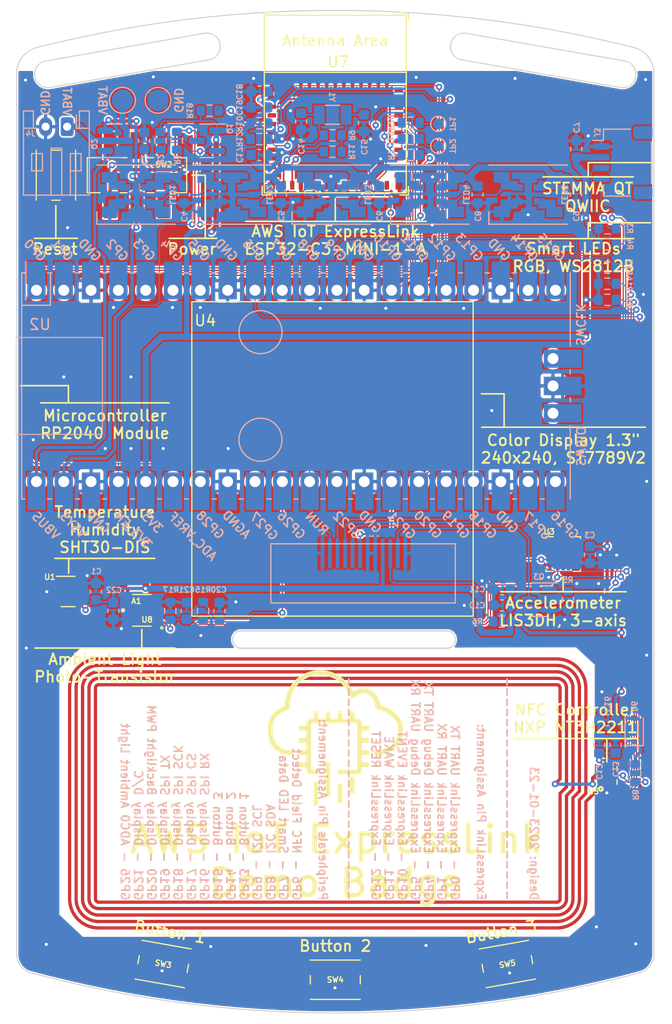
<source format=kicad_pcb>
(kicad_pcb (version 20211014) (generator pcbnew)
  (title_block (title "AWS IoT ExpressLink Demo Badge") (date "2022-09-08") (rev "1") (company "Amazon Web Services") (comment 1 "Joe Julicher (jjulich@amazon.com)") (comment 2 "Thomas Kriechbaumer (thomkrie@amazon.com)") (comment 3 "Workshop: https://catalog.workshops.aws/aws-iot-expresslink-demo-badge/") (comment 4 "Web Resources: https://github.com/aws/iot-expresslink"))
  (layers (0 "F.Cu" signal) (31 "B.Cu" signal) (34 "B.Paste" user) (35 "F.Paste" user) (36 "B.SilkS" user "B.Silkscreen") (37 "F.SilkS" user "F.Silkscreen") (38 "B.Mask" user) (39 "F.Mask" user) (44 "Edge.Cuts" user))
  (net 0 "")
  (net 1 "GND")
  (net 2 "+BATT")
  (net 3 "+3.3V")
  (net 4 "AMBIENT_LIGHT")
  (net 5 "VBUS")
  (net 6 "Net-(C12-Pad2)")
  (net 7 "Net-(C14-Pad2)")
  (net 8 "Net-(C15-Pad2)")
  (net 9 "EL_RESET")
  (net 10 "Net-(D1-Pad2)")
  (net 11 "Net-(D1-Pad4)")
  (net 12 "Net-(D2-Pad4)")
  (net 13 "Net-(D3-Pad4)")
  (net 14 "Net-(D4-Pad4)")
  (net 16 "I2C0_SDA")
  (net 17 "I2C0_SCL")
  (net 18 "Net-(R11-Pad2)")
  (net 19 "BACKLIGHT")
  (net 20 "NFC_FIELD_DETECT")
  (net 22 "BTN1")
  (net 23 "BTN2")
  (net 24 "BTN3")
  (net 25 "RESET")
  (net 26 "LED_DRIVE")
  (net 27 "EL_DBG_RXD")
  (net 28 "EL_DBG_TXD")
  (net 29 "EL_WAKE")
  (net 30 "EL_EVENT")
  (net 31 "EL_TXD")
  (net 32 "EL_RXD")
  (net 52 "/NFC_ANTENNA")
  (net 54 "Net-(R18-Pad1)")
  (net 55 "3V3_EN")
  (net 57 "SPI0_CSn")
  (net 59 "DISPLAY_DC")
  (net 64 "SPI0_SCK")
  (net 66 "LED_VDD")
  (net 67 "SPI0_TX")
  (net 69 "VSYS")
  (net 72 "LEDK")
  (net 73 "LEDA")
  (net 74 "Net-(R19-Pad1)")
  (net 75 "Net-(R20-Pad1)")
  (net 76 "Net-(A1-Pad2)")
  (footprint "ALS-PT19-315C_L177_TR8:XDCR_ALS-PT19-315C_L177_TR8" (layer "F.Cu") (at 92.9067 135.8392)
    (fp_text reference "A1")
    (fp_text value "ALS-PT19-315C/L177/TR8" hide)
  )
  (footprint "PTS815:PTS815 SJM 250 SMTR LFS" (layer "F.Cu") (at 126.8964 168.7068 10)
    (fp_text reference "SW5")
    (fp_text value "PTS815_SJM_250_SMTR_LFS" hide)
  )
  (footprint "PTS815:PTS815 SJM 250 SMTR LFS" (layer "F.Cu") (at 84.920399 95.4024 90)
    (fp_text reference "SW1" hide)
    (fp_text value "PTS815_SJM_250_SMTR_LFS" hide)
  )
  (footprint "PTS815:PTS815 SJM 250 SMTR LFS" (layer "F.Cu") (at 94.8964 168.7068 -10)
    (fp_text reference "SW3")
    (fp_text value "PTS815_SJM_250_SMTR_LFS" hide)
  )
  (footprint "Espressif:ESP32-C3-MINI-1" (layer "F.Cu") (at 110.8964 91.44)
    (fp_text reference "U7")
    (fp_text value "ESP32-C3-MINI-1-A" hide)
  )
  (footprint "reinvent-2022-expresslink-badge:lanyard-cutout" (layer "F.Cu") (at 130.2258 84.7344 -9.9)
    (fp_text reference "H2" hide)
    (fp_text value "MountingHole")
    (fp_line (start 7.5 -1.25) (end -7.5 -1.25) (layer "Edge.Cuts") (width 0.1))
    (fp_line (start -7.5 1.25) (end 7.5 1.25) (layer "Edge.Cuts") (width 0.1))
    (fp_arc (start -7.5 1.25) (mid -8.736979 0) (end -7.5 -1.25) (layer "Edge.Cuts") (width 0.1))
    (fp_arc (start 7.5 -1.25) (mid 8.75 0) (end 7.5 1.25) (layer "Edge.Cuts") (width 0.1))
  )
  (footprint "NT3H2211W0FHKH:IC_NT3H2211W0FHKH" (layer "F.Cu") (at 136.144 151.1808 90)
    (fp_text reference "U5")
    (fp_text value "NT3H2211W0FHKH" hide)
  )
  (footprint "IN-S32GTLS:IN-S32GTLS" (layer "F.Cu") (at 92.9067 135.8392 180)
    (fp_text reference "U8")
    (fp_text value "IN-S32GTLS" hide)
  )
  (footprint "reinvent-2022-expresslink-badge:lanyard-cutout" (layer "F.Cu") (at 91.567 84.7344 9.9)
    (fp_text reference "H1" hide)
    (fp_text value "MountingHole")
    (fp_line (start 7.5 -1.25) (end -7.5 -1.25) (layer "Edge.Cuts") (width 0.1))
    (fp_line (start -7.5 1.25) (end 7.5 1.25) (layer "Edge.Cuts") (width 0.1))
    (fp_arc (start 7.5 -1.25) (mid 8.75 0) (end 7.5 1.25) (layer "Edge.Cuts") (width 0.1))
    (fp_arc (start -7.5 1.25) (mid -8.736979 0) (end -7.5 -1.25) (layer "Edge.Cuts") (width 0.1))
  )
  (footprint "PTS815:PTS815 SJM 250 SMTR LFS" (layer "F.Cu") (at 110.8964 170.1668)
    (fp_text reference "SW4")
    (fp_text value "PTS815_SJM_250_SMTR_LFS" hide)
  )
  (footprint "LOGO" (layer "F.Cu") (at 110.8964 147.701)
    (fp_text reference "G***" hide)
    (fp_text value "LOGO" hide)
  )
  (footprint "Sensor_Humidity:Sensirion_DFN-8-1EP_2.5x2.5mm_P0.5mm_EP1.1x1.7mm" (layer "F.Cu") (at 86.048499 134.0866)
    (fp_text reference "U1")
    (fp_text value "SHT30-DIS" hide)
  )
  (footprint "Package_LGA:LGA-16_3x3mm_P0.5mm_LayoutBorder3x5y" (layer "F.Cu") (at 132.08 130.6068)
    (fp_text reference "U3")
    (fp_text value "LIS3DH" hide)
  )
  (footprint "ER-TFT013-2:ER-TFT013-2" (layer "F.Cu") (at 97.5558 107.156)
    (fp_text reference "U4")
    (fp_text value "ER-TFT013-2")
    (fp_line (start 4.6 30.5816) (end 23.7 30.5816) (layer "Edge.Cuts") (width 0.12))
    (fp_line (start 23.7 32.2072) (end 4.6 32.2072) (layer "Edge.Cuts") (width 0.12))
    (fp_arc (start 4.6 32.2072) (mid 3.7872 31.3944) (end 4.6 30.5816) (layer "Edge.Cuts") (width 0.12))
    (fp_arc (start 23.7 30.5816) (mid 24.5128 31.3944) (end 23.7 32.2072) (layer "Edge.Cuts") (width 0.12))
  )
  (footprint "JS2020:JS202011SCQN" (layer "F.Cu") (at 92.456 95.4024 180)
    (fp_text reference "SW2")
    (fp_text value "JS202011SCQN" hide)
  )
  (footprint "Capacitor_SMD:C_0603_1608Metric" (layer "B.Cu") (at 126.3774 135.382)
    (fp_text reference "C10")
    (fp_text value "100n" hide)
  )
  (footprint "Package_TO_SOT_SMD:SOT-23" (layer "B.Cu") (at 129.8318 134.8486 180)
    (fp_text reference "Q3")
    (fp_text value "2N7002" hide)
  )
  (footprint "Capacitor_SMD:C_0603_1608Metric" (layer "B.Cu") (at 114.9858 97.2058 90)
    (fp_text reference "C6")
    (fp_text value "1u")
  )
  (footprint "reinvent-2022-expresslink-badge:SK6812-multi" (layer "B.Cu") (at 128.8288 97.2058)
    (fp_text reference "D5" hide)
    (fp_text value "WS2812B" hide)
  )
  (footprint "reinvent-2022-expresslink-badge:Waveshare-RP2040-Plus" (layer "B.Cu") (at 107.2388 114.9858 -90)
    (fp_text reference "U2")
    (fp_text value "Waveshare-RP2040-Plus" hide)
  )
  (footprint "Capacitor_SMD:C_0603_1608Metric" (layer "B.Cu") (at 93.120928 92.202 -90)
    (fp_text reference "C2")
    (fp_text value "100n" hide)
  )
  (footprint "Resistor_SMD:R_0603_1608Metric" (layer "B.Cu") (at 95.5548 135.89 -90)
    (fp_text reference "R17")
    (fp_text value "1k" hide)
  )
  (footprint "Resistor_SMD:R_0603_1608Metric" (layer "B.Cu") (at 117.9068 90.5256 180)
    (fp_text reference "R20")
    (fp_text value "10k" hide)
  )
  (footprint "Capacitor_SMD:C_0603_1608Metric" (layer "B.Cu") (at 103.8352 89.1032)
    (fp_text reference "C19")
    (fp_text value "10u" hide)
  )
  (footprint "Crystal:Crystal_SMD_3215-2Pin_3.2x1.5mm" (layer "B.Cu") (at 110.6424 89.789)
    (fp_text reference "Y1")
    (fp_text value "Crystal" hide)
  )
  (footprint "Capacitor_SMD:C_0603_1608Metric" (layer "B.Cu") (at 96.8248 97.2058 90)
    (fp_text reference "C4")
    (fp_text value "1u")
  )
  (footprint "Package_TO_SOT_SMD:SOT-23" (layer "B.Cu") (at 98.9584 92.202 180)
    (fp_text reference "Q1")
    (fp_text value "2N7002" hide)
  )
  (footprint "TestPoint:TestPoint_Pad_D2.0mm" (layer "B.Cu") (at 91.1098 88.442799 -90)
    (fp_text reference "J2" hide)
    (fp_text value "BATT_POS" hide)
  )
  (footprint "Capacitor_SMD:C_0603_1608Metric" (layer "B.Cu") (at 97.0788 135.89 -90)
    (fp_text reference "C21")
    (fp_text value "1u" hide)
  )
  (footprint "reinvent-2022-expresslink-badge:SK6812-multi" (layer "B.Cu") (at 119.6848 97.2058)
    (fp_text reference "D4" hide)
    (fp_text value "WS2812B" hide)
  )
  (footprint "Resistor_SMD:R_0603_1608Metric" (layer "B.Cu") (at 99.2124 89.408 180)
    (fp_text reference "R18")
    (fp_text value "10k" hide)
  )
  (footprint "Resistor_SMD:R_0603_1608Metric" (layer "B.Cu") (at 132.5242 134.874 90)
    (fp_text reference "R5")
    (fp_text value "10k" hide)
  )
  (footprint "Capacitor_SMD:C_0603_1608Metric" (layer "B.Cu") (at 103.8352 93.5228)
    (fp_text reference "C17")
    (fp_text value "100n" hide)
  )
  (footprint "Capacitor_SMD:C_0603_1608Metric" (layer "B.Cu") (at 103.8352 87.63)
    (fp_text reference "C18")
    (fp_text value "100n" hide)
  )
  (footprint "Resistor_SMD:R_0603_1608Metric" (layer "B.Cu") (at 110.6424 93.218 180)
    (fp_text reference "R11")
    (fp_text value "1k" hide)
  )
  (footprint "Capacitor_SMD:C_0603_1608Metric" (layer "B.Cu") (at 133.2738 97.2058 90)
    (fp_text reference "C9")
    (fp_text value "1u")
  )
  (footprint "Resistor_SMD:R_0603_1608Metric" (layer "B.Cu") (at 136.1948 101.8286 180)
    (fp_text reference "R4")
    (fp_text value "4k7" hide)
  )
  (footprint "Resistor_SMD:R_0603_1608Metric" (layer "B.Cu") (at 103.8352 92.0496 180)
    (fp_text reference "R12")
    (fp_text value "10k" hide)
  )
  (footprint "TestPoint:TestPoint_Pad_D1.0mm" (layer "B.Cu") (at 120.4722 92.6846 90)
    (fp_text reference "TP2")
    (fp_text value "TestPoint" hide)
  )
  (footprint "Capacitor_SMD:C_0603_1608Metric" (layer "B.Cu") (at 105.8418 97.2058 90)
    (fp_text reference "C5")
    (fp_text value "1u")
  )
  (footprint "Capacitor_SMD:C_0603_1608Metric" (layer "B.Cu") (at 107.7214 90.424 90)
    (fp_text reference "C14")
    (fp_text value "27pf" hide)
  )
  (footprint "Resistor_SMD:R_0603_1608Metric" (layer "B.Cu") (at 103.8352 90.5764 180)
    (fp_text reference "R10")
    (fp_text value "10k" hide)
  )
  (footprint "Resistor_SMD:R_0603_1608Metric" (layer "B.Cu") (at 96.1644 92.202 -90)
    (fp_text reference "R1")
    (fp_text value "1k" hide)
  )
  (footprint "Connector_JST:JST_SH_SM04B-SRSS-TB_1x04-1MP_P1.00mm_Horizontal" (layer "B.Cu") (at 137.6172 94.234 -90)
    (fp_text reference "J3")
    (fp_text value "QWIIC" hide)
  )
  (footprint "reinvent-2022-expresslink-badge:SK6812-multi" (layer "B.Cu") (at 110.530792 97.2058)
    (fp_text reference "D3" hide)
    (fp_text value "WS2812B" hide)
  )
  (footprint "Capacitor_SMD:C_0603_1608Metric" (layer "B.Cu") (at 136.1948 146.05)
    (fp_text reference "C16")
    (fp_text value "100n" hide)
  )
  (footprint "Capacitor_SMD:C_0603_1608Metric" (layer "B.Cu") (at 124.1298 97.2058 90)
    (fp_text reference "C8")
    (fp_text value "1u")
  )
  (footprint "Resistor_SMD:R_0603_1608Metric" (layer "B.Cu") (at 117.9068 92.0242 180)
    (fp_text reference "R19")
    (fp_text value "10k" hide)
  )
  (footprint "Capacitor_SMD:C_0603_1608Metric" (layer "B.Cu") (at 100.1268 135.89 -90)
    (fp_text reference "C20")
    (fp_text value "1u" hide)
  )
  (footprint "Resistor_SMD:R_0603_1608Metric" (layer "B.Cu") (at 136.1816 106.9848 180)
    (fp_text reference "R16")
    (fp_text value "10k" hide)
  )
  (footprint "Capacitor_SMD:C_0603_1608Metric" (layer "B.Cu") (at 135.4328 148.336 -90)
    (fp_text reference "C12")
    (fp_text value "100n" hide)
  )
  (footprint "TestPoint:TestPoint_Pad_D1.0mm" (layer "B.Cu") (at 120.4722 90.6272 90)
    (fp_text reference "TP1")
    (fp_text value "TestPoint" hide)
  )
  (footprint "Resistor_SMD:R_0603_1608Metric" (layer "B.Cu") (at 117.9068 93.5228 180)
    (fp_text reference "R7")
    (fp_text value "10k" hide)
  )
  (footprint "Connector_JST:JST_PH_S2B-PH-K_1x02_P2.00mm_Horizontal" (layer "B.Cu") (at 85.963 90.895 180)
    (fp_text reference "J4")
    (fp_text value "socket-matching-battery-holder-plug" hide)
  )
  (footprint "Diode_SMD:D_SOD-323" (layer "B.Cu") (at 138.684 146.9136 90)
    (fp_text reference "D6")
    (fp_text value "1N5819WS" hide)
  )
  (footprint "Capacitor_SMD:C_0603_1608Metric" (layer "B.Cu") (at 134.5692 130.683 90)
    (fp_text reference "C3")
    (fp_text value "100n" hide)
  )
  (footprint "TestPoint:TestPoint_Pad_D2.0mm" (layer "B.Cu") (at 94.4118 88.442799 -90)
    (fp_text reference "J1" hide)
    (fp_text value "BATT_NEG" hide)
  )
  (footprint "Capacitor_SMD:C_0603_1608Metric" (layer "B.Cu") (at 113.5634 90.551 90)
    (fp_text reference "C15")
    (fp_text value "27pf" hide)
  )
  (footprint "Resistor_SMD:R_0603_1608Metric" (layer "B.Cu") (at 136.1816 103.9876 180)
    (fp_text reference "R13")
    (fp_text value "10k" hide)
  )
  (footprint "Resistor_SMD:R_0603_1608Metric" (layer "B.Cu") (at 94.644928 92.202 90)
    (fp_text reference "R2")
    (fp_text value "1k" hide)
  )
  (footprint "Capacitor_SMD:C_0603_1608Metric" (layer "B.Cu") (at 126.3774 133.8834)
    (fp_text reference "C11")
    (fp_text value "1u" hide)
  )
  (footprint "Resistor_SMD:R_0603_1608Metric" (layer "B.Cu") (at 110.6424 91.694 180)
    (fp_text reference "R9")
    (fp_text value "DNP" hide)
  )
  (footprint "Capacitor_SMD:C_0603_1608Metric" (layer "B.Cu") (at 133.2992 92.964 -90)
    (fp_text reference "C7")
    (fp_text value "10u" hide)
  )
  (footprint "Capacitor_SMD:C_0603_1608Metric" (layer "B.Cu") (at 90.2651 135.89 90)
    (fp_text reference "C22")
    (fp_text value "100n" hide)
  )
  (footprint "Package_TO_SOT_SMD:SOT-23" (layer "B.Cu") (at 90.428528 92.202)
    (fp_text reference "Q2")
    (fp_text value "DMG2305UX-7" hide)
  )
  (footprint "Capacitor_SMD:C_0603_1608Metric" (layer "B.Cu") (at 136.9568 148.336 -90)
    (fp_text reference "C13")
    (fp_text value "100n" hide)
  )
  (footprint "Resistor_SMD:R_0603_1608Metric" (layer "B.Cu") (at 138.7856 150.9776 90)
    (fp_text reference "R8")
    (fp_text value "10k" hide)
  )
  (footprint "Resistor_SMD:R_0603_1608Metric" (layer "B.Cu") (at 136.1948 100.33 180)
    (fp_text reference "R3")
    (fp_text value "4k7" hide)
  )
  (footprint "Resistor_SMD:R_0603_1608Metric" (layer "B.Cu") (at 126.38824 136.8806)
    (fp_text reference "R6")
    (fp_text value "7.5" hide)
  )
  (footprint "reinvent-2022-expresslink-badge:SK6812-multi" (layer "B.Cu") (at 101.2698 97.2058)
    (fp_text reference "D2" hide)
    (fp_text value "WS2812B" hide)
  )
  (footprint "Resistor_SMD:R_0603_1608Metric" (layer "B.Cu") (at 136.1816 105.4862 180)
    (fp_text reference "R14")
    (fp_text value "10k" hide)
  )
  (footprint "Capacitor_SMD:C_0603_1608Metric" (layer "B.Cu") (at 88.6395 134.0866 -90)
    (fp_text reference "C1")
    (fp_text value "100n" hide)
  )
  (footprint "reinvent-2022-expresslink-badge:SK6812-multi" (layer "B.Cu") (at 92.3798 97.2058)
    (fp_text reference "D1" hide)
    (fp_text value "WS2812B" hide)
  )
  (footprint "Resistor_SMD:R_0603_1608Metric" (layer "B.Cu") (at 98.6028 135.89 90)
    (fp_text reference "R15")
    (fp_text value "10k" hide)
  )
  (gr_line (start 137.9474 134.112) (end 126.2634 134.112) (layer "F.SilkS") (width 0.15))
  (gr_line (start 98.806 95.4024) (end 98.806 101.2698) (layer "F.SilkS") (width 0.15))
  (gr_line (start 99.8728 101.2698) (end 95.4532 101.2698) (layer "F.SilkS") (width 0.15))
  (gr_line (start 119.3546 99.695) (end 102.5652 99.695) (layer "F.SilkS") (width 0.15))
  (gr_line (start 92.9067 137.6172) (end 92.9067 139.3444) (layer "F.SilkS") (width 0.15))
  (gr_line (start 139.7254 118.8212) (end 124.5108 118.8212) (layer "F.SilkS") (width 0.15))
  (gr_line (start 138.6078 95.5548) (end 130.2258 95.5548) (layer "F.SilkS") (width 0.15))
  (gr_line (start 127.508 101.2952) (end 138.6332 101.2952) (layer "F.SilkS") (width 0.15))
  (gr_line (start 86.0806 114.9604) (end 86.0806 116.5098) (layer "F.SilkS") (width 0.15))
  (gr_line (start 98.806 95.4024) (end 97.5868 95.4024) (layer "F.SilkS") (width 0.15))
  (gr_line (start 140.208 94.234) (end 134.4168 94.234) (layer "F.SilkS") (width 0.15))
  (gr_line (start 134.4168 94.234) (end 134.4168 95.5548) (layer "F.SilkS") (width 0.15))
  (gr_line (start 95.9739 139.3444) (end 82.9691 139.3444) (layer "F.SilkS") (width 0.15))
  (gr_line (start 138.9634 147.7518) (end 127.5588 147.7518) (layer "F.SilkS") (width 0.15))
  (gr_line (start 134.4168 101.2952) (end 134.4168 99.822) (layer "F.SilkS") (width 0.15))
  (gr_line (start 86.9188 101.2698) (end 82.9056 101.2698) (layer "F.SilkS") (width 0.15))
  (gr_line (start 134.4168 99.822) (end 140.208 99.822) (layer "F.SilkS") (width 0.15))
  (gr_line (start 86.106 131.0132) (end 86.106 132.3848) (layer "F.SilkS") (width 0.15))
  (gr_line (start 126.5936 118.8212) (end 126.5936 115.7224) (layer "F.SilkS") (width 0.15))
  (gr_line (start 126.5936 115.7224) (end 124.4854 115.7224) (layer "F.SilkS") (width 0.15))
  (gr_line (start 84.9122 98.2218) (end 84.9122 101.2698) (layer "F.SilkS") (width 0.15))
  (gr_line (start 95.4278 116.5606) (end 83.5152 116.5606) (layer "F.SilkS") (width 0.15))
  (gr_line (start 81.6356 114.9604) (end 86.0806 114.9604) (layer "F.SilkS") (width 0.15))
  (gr_line (start 110.8964 97.5868) (end 110.8964 99.695) (layer "F.SilkS") (width 0.15))
  (gr_line (start 94.107 131.0132) (end 84.836 131.0132) (layer "F.SilkS") (width 0.15))
  (gr_line (start 132.08 134.112) (end 132.08 132.715) (layer "F.SilkS") (width 0.15))
  (gr_line (start 136.144 147.7518) (end 136.144 149.9235) (layer "F.SilkS") (width 0.15))
  (gr_arc (start 83.221775 83.518091) (mid 110.8964 80.083296) (end 138.571025 83.518091) (layer "Edge.Cuts") (width 0.1))
  (gr_arc (start 82.396777 169.46243) (mid 81.585086 168.808371) (end 81.28 167.811598) (layer "Edge.Cuts") (width 0.1))
  (gr_arc (start 138.571025 83.518091) (mid 139.960628 84.369498) (end 140.5128 85.9028) (layer "Edge.Cuts") (width 0.1))
  (gr_line (start 140.5128 85.9028) (end 140.5128 167.811598) (layer "Edge.Cuts") (width 0.1))
  (gr_arc (start 81.28 85.9028) (mid 81.831972 84.369342) (end 83.221775 83.518091) (layer "Edge.Cuts") (width 0.1))
  (gr_arc (start 139.396023 169.46243) (mid 110.8964 173.252434) (end 82.396777 169.46243) (layer "Edge.Cuts") (width 0.1))
  (gr_arc (start 140.5128 167.811598) (mid 140.205739 168.807032) (end 139.396023 169.46243) (layer "Edge.Cuts") (width 0.1))
  (gr_line (start 81.28 167.811598) (end 81.28 85.9028) (layer "Edge.Cuts") (width 0.1))
  (gr_text "LED5" (at 132.207 97.2058 270) (layer "B.SilkS") (effects (font (size 0.508 0.508) (thickness 0.1143)) (justify mirror)))
  (gr_text "LED3" (at 113.919 97.2058 270) (layer "B.SilkS") (effects (font (size 0.508 0.508) (thickness 0.1143)) (justify mirror)))
  (gr_text "LED4" (at 123.063 97.2058 270) (layer "B.SilkS") (effects (font (size 0.508 0.508) (thickness 0.1143)) (justify mirror)))
  (gr_text "Design: 2023-01-23\n\n----------------------\n\nExpressLink Pin Assignment:\n\nGP0 - ExpressLink UART TX\nGP1 - ExpressLink UART RX\nGP4 - ExpressLink Debug UART TX\nGP5 - ExpressLink Debug UART RX\nGP10 - ExpressLink EVENT\nGP11 - ExpressLink WAKE\nGP12 - ExpressLink RESET\n\n----------------------\n\nPeripherals Pin Assignement:\n\nGP6 - NFC Field Detect\nGP7 - Smart LED Data\nGP8 - I2C SDA\nGP9 - I2C SCL\nGP13 - Button 1\nGP14 - Button 2\nGP15 - Button 3\nGP16 - Display SPI RX\nGP17 - Display SPI CS\nGP18 - Display SPI SCK\nGP19 - Display SPI TX\nGP20 - Display Backlight PWM\nGP21 - Display D/C\nGP26 - ADC0 Ambient Light" (at 110.363 162.8902 270) (layer "B.SilkS") (effects (font (size 0.762 0.762)) (justify left mirror)))
  (gr_text "GND" (at 83.8962 88.6714 270) (layer "B.SilkS") (effects (font (size 0.762 0.762)) (justify mirror)))
  (gr_text "VBAT" (at 85.9536 88.5698 270) (layer "B.SilkS") (effects (font (size 0.762 0.762)) (justify mirror)))
  (gr_text "GND" (at 96.3168 88.442799 270) (layer "B.SilkS") (effects (font (size 0.762 0.762)) (justify mirror)))
  (gr_text "LED1" (at 95.758 97.2058 270) (layer "B.SilkS") (effects (font (size 0.508 0.508) (thickness 0.1143)) (justify mirror)))
  (gr_text "LED2" (at 104.775 97.2058 270) (layer "B.SilkS") (effects (font (size 0.508 0.508) (thickness 0.1143)) (justify mirror)))
  (gr_text "VBAT" (at 89.2556 88.4428 270) (layer "B.SilkS") (effects (font (size 0.762 0.762)) (justify mirror)))
  (gr_text "Microcontroller\nRP2040 Module" (at 89.4715 118.5672) (layer "F.SilkS") (effects (font (size 1.016 1.016) (thickness 0.1778))))
  (gr_text "AWS IoT ExpressLink\nESP32-C3-MINI-1-A" (at 110.8964 101.4476) (layer "F.SilkS") (effects (font (size 1.016 1.016) (thickness 0.1778))))
  (gr_text "NFC Controller\nNXP NT3H2211" (at 133.223 145.8976) (layer "F.SilkS") (effects (font (size 1.016 1.016) (thickness 0.1778))))
  (gr_text "Power" (at 97.5614 102.2604) (layer "F.SilkS") (effects (font (size 1.016 1.016) (thickness 0.1778))))
  (gr_text "Temperature\nHumidity\nSHT30-DIS" (at 89.4715 128.3462) (layer "F.SilkS") (effects (font (size 1.016 1.016) (thickness 0.1778))))
  (gr_text "Button 1" (at 95.5294 165.7096 -10) (layer "F.SilkS") (effects (font (size 1.016 1.016) (thickness 0.1778))))
  (gr_text "AWS IoT ExpressLink\nDemo Badge" (at 110.998 159.131) (layer "F.SilkS") (effects (font (size 2.5 2.5) (thickness 0.4))))
  (gr_text "Smart LEDs\nRGB, WS2812B" (at 133.0452 103.0478) (layer "F.SilkS") (effects (font (size 1.016 1.016) (thickness 0.1778))))
  (gr_text "Button 3" (at 126.3142 165.7096 10) (layer "F.SilkS") (effects (font (size 1.016 1.016) (thickness 0.1778))))
  (gr_text "STEMMA QT\nQWIIC" (at 134.366 97.4598) (layer "F.SilkS") (effects (font (size 1.016 1.016) (thickness 0.1778))))
  (gr_text "Button 2" (at 110.8964 167.0304) (layer "F.SilkS") (effects (font (size 1.016 1.016) (thickness 0.1778))))
  (gr_text "Ambient Light\nPhoto-Transistor" (at 89.4715 141.1986) (layer "F.SilkS") (effects (font (size 1.016 1.016) (thickness 0.1778))))
  (gr_text "Reset" (at 82.6516 102.2604) (layer "F.SilkS") (effects (font (size 1.016 1.016) (thickness 0.1778)) (justify left)))
  (gr_text "Accelerometer\nLIS3DH, 3-axis" (at 132.08 135.9662) (layer "F.SilkS") (effects (font (size 1.016 1.016) (thickness 0.1778))))
  (gr_text "Color Display 1.3{dblquote}\n240x240, ST7789V2" (at 132.1054 120.8532) (layer "F.SilkS") (effects (font (size 1.016 1.016) (thickness 0.1778))))
  (segment (start 132.7912 130.9624) (end 132.7912 130.302) (width 0.1524) (layer "F.Cu") (net 1))
  (segment (start 131.118888 131.6068) (end 130.855 131.6068) (width 0.1524) (layer "F.Cu") (net 1))
  (segment (start 87.8267 132.6134) (end 87.8267 133.1214) (width 0.1524) (layer "F.Cu") (net 1))
  (segment (start 87.6115 133.3366) (end 87.223499 133.3366) (width 0.1524) (layer "F.Cu") (net 1))
  (segment (start 132.654 131.3536) (end 131.372088 131.3536) (width 0.1524) (layer "F.Cu") (net 1))
  (segment (start 87.223499 133.8366) (end 86.298499 133.8366) (width 0.1524) (layer "F.Cu") (net 1))
  (segment (start 133.305 131.1068) (end 132.9008 131.1068) (width 0.1524) (layer "F.Cu") (net 1))
  (segment (start 132.9356 131.1068) (end 132.7912 130.9624) (width 0.1524) (layer "F.Cu") (net 1))
  (segment (start 84.873499 133.8366) (end 85.798499 133.8366) (width 0.1524) (layer "F.Cu") (net 1))
  (segment (start 132.9008 131.1068) (end 132.654 131.3536) (width 0.1524) (layer "F.Cu") (net 1))
  (segment (start 132.9864 130.1068) (end 133.305 130.1068) (width 0.1524) (layer "F.Cu") (net 1))
  (segment (start 136.144 151.7808) (end 136.144 152.8064) (width 0.1524) (layer "F.Cu") (net 1))
  (segment (start 133.305 131.1068) (end 132.9356 131.1068) (width 0.1524) (layer "F.Cu") (net 1))
  (segment (start 87.8267 133.1214) (end 87.6115 133.3366) (width 0.1524) (layer "F.Cu") (net 1))
  (segment (start 87.223499 133.8366) (end 87.223499 133.3366) (width 0.1524) (layer "F.Cu") (net 1))
  (segment (start 132.7912 130.302) (end 132.9864 130.1068) (width 0.1524) (layer "F.Cu") (net 1))
  (segment (start 131.372088 131.3536) (end 131.118888 131.6068) (width 0.1524) (layer "F.Cu") (net 1))
  (via (at 135.382 133.35) (size 0.6096) (drill 0.2794) (layers "F.Cu" "B.Cu") (net 1))
  (via (at 101.6508 135.0518) (size 0.6096) (drill 0.2794) (layers "F.Cu" "B.Cu") (net 1))
  (via (at 87.8267 132.6134) (size 0.6096) (drill 0.2794) (layers "F.Cu" "B.Cu") (net 1))
  (via (at 82.169 139.3444) (size 0.6096) (drill 0.2794) (layers "F.Cu" "B.Cu") (net 1))
  (via (at 139.8524 123.8504) (size 0.6096) (drill 0.2794) (layers "F.Cu" "B.Cu") (net 1))
  (via (at 114.6556 89.0524) (size 0.6096) (drill 0.2794) (layers "F.Cu" "B.Cu") (net 1))
  (via (at 106.9594 97.917) (size 0.6096) (drill 0.2794) (layers "F.Cu" "B.Cu") (net 1))
  (via (at 119.3292 166.9796) (size 0.6096) (drill 0.2794) (layers "F.Cu" "B.Cu") (net 1))
  (via (at 103.3018 86.4108) (size 0.6096) (drill 0.2794) (layers "F.Cu" "B.Cu") (net 1))
  (via (at 127.6096 86.4108) (size 0.6096) (drill 0.2794) (layers "F.Cu" "B.Cu") (net 1))
  (via (at 132.2324 136.7028) (size 0.6096) (drill 0.2794) (layers "F.Cu" "B.Cu") (net 1))
  (via (at 94.8944 120.8024) (size 0.6096) (drill 0.2794) (layers "F.Cu" "B.Cu") (net 1))
  (via (at 139.8524 140.0048) (size 0.6096) (drill 0.2794) (layers "F.Cu" "B.Cu") (net 1))
  (via (at 91.0082 137.541) (size 0.6096) (drill 0.2794) (layers "F.Cu" "B.Cu") (net 1))
  (via (at 106.7308 89.408) (size 0.6096) (drill 0.2794) (layers "F.Cu" "B.Cu") (net 1))
  (via (at 115.1128 93.8784) (size 0.6096) (drill 0.2794) (layers "F.Cu" "B.Cu") (net 1))
  (via (at 128.8288 99.0854) (size 0.6096) (drill 0.2794) (layers "F.Cu" "B.Cu") (net 1))
  (via (at 106.9594 92.0242) (size 0.6096) (drill 0.2794) (layers "F.Cu" "B.Cu") (net 1))
  (via (at 136.144 152.8064) (size 0.6096) (drill 0.2794) (layers "F.Cu" "B.Cu") (net 1))
  (via (at 127.1016 169.545) (size 0.6096) (drill 0.2794) (layers "F.Cu" "B.Cu") (net 1))
  (via (at 91.8972 114.1476) (size 0.6096) (drill 0.2794) (layers "F.Cu" "B.Cu") (net 1))
  (via (at 110.49 95.504) (size 0.6096) (drill 0.2794) (layers "F.Cu" "B.Cu") (net 1))
  (via (at 82.804 119.9896) (size 0.6096) (drill 0.2794) (layers "F.Cu" "B.Cu") (net 1))
  (via (at 133.35 133.35) (size 0.6096) (drill 0.2794) (layers "F.Cu" "B.Cu") (net 1))
  (via (at 122.8852 135.382) (size 0.6096) (drill 0.2794) (layers "F.Cu" "B.Cu") (net 1))
  (via (at 139.7508 86.5124) (size 0.6096) (drill 0.2794) (layers "F.Cu" "B.Cu") (net 1))
  (via (at 93.8784 90.5002) (size 0.6096) (drill 0.2794) (layers "F.Cu" "B.Cu") (net 1))
  (via (at 137.0584 130.7084) (size 0.6096) (drill 0.2794) (layers "F.Cu" "B.Cu") (net 1))
  (via (at 82.0928 86.5632) (size 0.6096) (drill 0.2794) (layers "F.Cu" "B.Cu") (net 1))
  (via (at 109.4994 107.7722) (size 0.6096) (drill 0.2794) (layers "F.Cu" "B.Cu") (net 1))
  (via (at 135.6868 143.4084) (size 0.6096) (drill 0.2794) (layers "F.Cu" "B.Cu") (net 1))
  (via (at 135.1788 165.2524) (size 0.6096) (drill 0.2794) (layers "F.Cu" "B.Cu") (net 1))
  (via (at 114.173 92.0496) (size 0.6096) (drill 0.2794) (layers "F.Cu" "B.Cu") (net 1))
  (via (at 98.3996 138.176) (size 0.6096) (drill 0.2794) (layers "F.Cu" "B.Cu") (net 1))
  (via (at 110.871 170.9166) (size 0.6096) (drill 0.2794) (layers "F.Cu" "B.Cu") (net 1))
  (via (at 98.3488 107.696) (size 0.6096) (drill 0.2794) (layers "F.Cu" "B.Cu") (net 1))
  (via (at 130.7338 132.7658) (size 0.6096) (drill 0.2794) (layers "F.Cu" "B.Cu") (net 1))
  (via (at 90.2716 107.696) (size 0.6096) (drill 0.2794) (layers "F.Cu" "B.Cu") (net 1))
  (via (at 125.4506 117.2718) (size 0.6096) (drill 0.2794) (layers "F.Cu" "B.Cu") (net 1))
  (via (at 122.8344 107.7722) (size 0.6096) (drill 0.2794) (layers "F.Cu" "B.Cu") (net 1))
  (via (at 93.98 86.2584) (size 0.6096) (drill 0.2794) (layers "F.Cu" "B.Cu") (net 1))
  (via (at 94.7928 169.3418) (size 0.6096) (drill 0.2794) (layers "F.Cu" "B.Cu") (net 1))
  (via (at 119.9388 95.5548) (size 0.6096) (drill 0.2794) (layers "F.Cu" "B.Cu") (net 1))
  (via (at 105.9434 93.2942) (size 0.6096) (drill 0.2794) (layers "F.Cu" "B.Cu") (net 1))
  (via (at 99.314 167.0812) (size 0.6096) (drill 0.2794) (layers "F.Cu" "B.Cu") (net 1))
  (via (at 139.5476 106.4768) (size 0.6096) (drill 0.2794) (layers "F.Cu" "B.Cu") (net 1))
  (via (at 91.8972 120.8024) (size 0.6096) (drill 0.2794) (layers "F.Cu" "B.Cu") (net 1))
  (via (at 95.758 107.696) (size 0.6096) (drill 0.2794) (layers "F.Cu" "B.Cu") (net 1))
  (via (at 138.8364 166.8272) (size 0.6096) (drill 0.2794) (layers "F.Cu" "B.Cu") (net 1))
  (via (at 115.5954 107.7722) (size 0.6096) (drill 0.2794) (layers "F.Cu" "B.Cu") (net 1))
  (via (at 100.9396 120.8024) (size 0.6096) (drill 0.2794) (layers "F.Cu" "B.Cu") (net 1))
  (via (at 84.074 134.112) (size 0.6096) (drill 0.2794) (layers "F.Cu" "B.Cu") (net 1))
  (via (at 86.0044 100.2792) (size 0.6096) (drill 0.2794) (layers "F.Cu" "B.Cu") (net 1))
  (via (at 119.9134 100.0252) (size 0.6096) (drill 0.2794) (layers "F.Cu" "B.Cu") (net 1))
  (via (at 89.5096 120.8024) (size 0.6096) (drill 0.2794) (layers "F.Cu" "B.Cu") (net 1))
  (via (at 135.5344 130.683) (size 0.6096) (drill 0.2794) (layers "F.Cu" "B.Cu") (net 1))
  (via (at 134.4168 91.7448) (size 0.6096) (drill 0.2794) (layers "F.Cu" "B.Cu") (net 1))
  (via (at 84.0232 166.878) (size 0.6096) (drill 0.2794) (layers "F.Cu" "B.Cu") (net 1))
  (via (at 124.5362 133.096) (size 0.6096) (drill 0.2794) (layers "F.Cu" "B.Cu") (net 1))
  (via (at 85.6488 114.1476) (size 0.6096) (drill 0.2794) (layers "F.Cu" "B.Cu") (net 1))
  (via (at 118.4148 86.3092) (size 0.6096) (drill 0.2794) (layers "F.Cu" "B.Cu") (net 1))
  (via (at 105.9434 92.0242) (size 0.6096) (drill 0.2794) (layers "F.Cu" "B.Cu") (net 1))
  (segment (start 88.5249 133.3116) (end 87.8267 132.6134) (width 0.1524) (layer "B.Cu") (net 1))
  (segment (start 125.6024 135.382) (end 125.6024 133.8834) (width 0.3048) (layer "B.Cu") (net 1))
  (segment (start 125.6024 133.8066) (end 124.8918 133.096) (width 0.3048) (layer "B.Cu") (net 1))
  (segment (start 124.8918 133.096) (end 124.5362 133.096) (width 0.3048) (layer "B.Cu") (net 1))
  (segment (start 85.9376 90.895) (end 87.1358 90.895) (width 0.6096) (layer "B.Cu") (net 2))
  (segment (start 91.1098 88.442799) (end 91.1098 90.7796) (width 0.6096) (layer "B.Cu") (net 2))
  (segment (start 87.1358 90.895) (end 88.4428 92.202) (width 0.6096) (layer "B.Cu") (net 2))
  (segment (start 91.1098 90.7796) (end 91.4908 91.1606) (width 0.6096) (layer "B.Cu") (net 2))
  (segment (start 91.4908 91.1606) (end 91.4908 92.077228) (width 0.6096) (layer "B.Cu") (net 2))
  (segment (start 91.4908 92.077228) (end 91.366028 92.202) (width 0.6096) (layer "B.Cu") (net 2))
  (segment (start 88.4428 92.202) (end 91.366028 92.202) (width 0.6096) (layer "B.Cu") (net 2))
  (segment (start 93.2688 123.8758) (end 93.2688 133.7818) (width 0.6096) (layer "F.Cu") (net 3))
  (segment (start 91.7702 133.8072) (end 91.5859 133.9915) (width 0.3048) (layer "F.Cu") (net 3))
  (segment (start 91.5859 133.9915) (end 91.5859 134.314798) (width 0.3048) (layer "F.Cu") (net 3))
  (segment (start 134.2136 99.9236) (end 134.2136 99.3648) (width 0.3048) (layer "F.Cu") (net 3))
  (segment (start 134.2136 106.9848) (end 134.2136 99.3648) (width 0.6096) (layer "F.Cu") (net 3))
  (segment (start 134.2136 99.314) (end 134.2136 99.9236) (width 0.3048) (layer "F.Cu") (net 3))
  (segment (start 131.1656 128.651) (end 135.7884 128.651) (width 0.3048) (layer "F.Cu") (net 3))
  (segment (start 99.822 100.2284) (end 99.4029 100.6475) (width 0.508) (layer "F.Cu") (net 3))
  (segment (start 106.6038 88.3158) (end 105.8796 89.04) (width 0.1524) (layer "F.Cu") (net 3))
  (segment (start 92.1567 136.018602) (end 91.586101 136.589201) (width 0.3048) (layer "F.Cu") (net 3))
  (segment (start 136.1694 134.366) (end 136.1694 129.8956) (width 0.3048) (layer "F.Cu") (net 3))
  (segment (start 136.1694 129.8956) (end 136.1694 129.032) (width 0.3048) (layer "F.Cu") (net 3))
  (segment (start 93.2434 133.8072) (end 91.7702 133.8072) (width 0.3048) (layer "F.Cu") (net 3))
  (segment (start 104.9964 89.04) (end 104.5848 89.04) (width 0.381) (layer "F.Cu") (net 3))
  (segment (start 115.3922 88.3158) (end 106.6038 88.3158) (width 0.1524) (layer "F.Cu") (net 3))
  (segment (start 93.2688 133.7818) (end 93.2434 133.8072) (width 0.6096) (layer "F.Cu") (net 3))
  (segment (start 134.2136 110.4138) (end 134.2136 106.9848) (width 0.6096) (layer "F.Cu") (net 3))
  (segment (start 136.1694 129.032) (end 135.7884 128.651) (width 0.3048) (layer "F.Cu") (net 3))
  (segment (start 130.855 128.9616) (end 130.855 129.6068) (width 0.3048) (layer "F.Cu") (net 3))
  (segment (start 91.586101 134.314999) (end 91.586101 135.089199) (width 0.3048) (layer "F.Cu") (net 3))
  (segment (start 115.9764 88.9) (end 115.3922 88.3158) (width 0.1524) (layer "F.Cu") (net 3))
  (segment (start 137.512596 137.922) (end 137.512596 135.709196) (width 0.3048) (layer "F.Cu") (net 3))
  (segment (start 137.512596 137.922) (end 137.512596 143.386004) (width 0.3048) (layer "F.Cu") (net 3))
  (segment (start 99.822 92.1004) (end 99.822 100.2284) (width 0.508) (layer "F.Cu") (net 3))
  (segment (start 87.223499 135.356499) (end 87.223499 134.8366) (width 0.1524) (layer "F.Cu") (net 3))
  (segment (start 105.8796 89.04) (end 104.9964 89.04) (width 0.1524) (layer "F.Cu") (net 3))
  (segment (start 91.586101 135.268601) (end 92.1567 135.8392) (width 0.3048) (layer "F.Cu") (net 3))
  (segment (start 137.512596 135.709196) (end 136.1694 134.366) (width 0.3048) (layer "F.Cu") (net 3))
  (segment (start 131.1656 128.651) (end 130.855 128.9616) (width 0.3048) (layer "F.Cu") (net 3))
  (segment (start 91.5859 134.314798) (end 91.586101 134.314999) (width 0.3048) (layer "F.Cu") (net 3))
  (segment (start 104.5848 89.04) (end 103.9368 88.392) (width 0.381) (layer "F.Cu") (net 3))
  (segment (start 115.9764 92.6338) (end 115.9764 88.9) (width 0.1524) (layer "F.Cu") (net 3))
  (segment (start 132.58 129.3818) (end 132.58 128.897) (width 0.3048) (layer "F.Cu") (net 3))
  (segment (start 87.6808 135.8138) (end 87.223499 135.356499) (width 0.1524) (layer "F.Cu") (net 3))
  (via (at 103.9368 88.392) (size 0.6096) (drill 0.2794) (layers "F.Cu" "B.Cu") (net 3))
  (via (at 93.2434 133.8072) (size 0.6096) (drill 0.2794) (layers "F.Cu" "B.Cu") (net 3))
  (via (at 87.6808 135.8138) (size 0.6096) (drill 0.2794) (layers "F.Cu" "B.Cu") (net 3))
  (via (at 134.2136 106.9848) (size 0.6096) (drill 0.2794) (layers "F.Cu" "B.Cu") (net 3))
  (via (at 99.3902 100.6602) (size 0.6096) (drill 0.2794) (layers "F.Cu" "B.Cu") (net 3))
  (via (at 137.512596 137.922) (size 0.6096) (drill 0.2794) (layers "F.Cu" "B.Cu") (net 3))
  (via (at 115.9764 92.6338) (size 0.6096) (drill 0.2794) (layers "F.Cu" "B.Cu") (net 3))
  (via (at 99.822 92.1004) (size 0.6096) (drill 0.2794) (layers "F.Cu" "B.Cu") (net 3))
  (via (at 136.1694 129.8956) (size 0.6096) (drill 0.2794) (layers "F.Cu" "B.Cu") (net 3))
  (via (at 134.2136 99.3648) (size 0.6096) (drill 0.2794) (layers "F.Cu" "B.Cu") (net 3))
  (via (at 137.512596 143.386004) (size 0.6096) (drill 0.2794) (layers "F.Cu" "B.Cu") (net 3))
  (via (at 134.2136 110.4138) (size 0.6096) (drill 0.2794) (layers "F.Cu" "B.Cu") (net 3))
  (segment (start 99.822 92.1004) (end 99.822 91.3259) (width 0.508) (layer "B.Cu") (net 3))
  (segment (start 93.2688 111.8616) (end 94.7166 110.4138) (width 0.6096) (layer "B.Cu") (net 3))
  (segment (start 135.6122 93.739) (end 135.6172 93.734) (width 0.6096) (layer "B.Cu") (net 3))
  (segment (start 139.031 145.8636) (end 139.2936 146.1262) (width 0.3048) (layer "B.Cu") (net 3))
  (segment (start 134.2136 99.3648) (end 134.2136 99.9744) (width 0.1524) (layer "B.Cu") (net 3))
  (segment (start 138.684 145.8636) (end 139.031 145.8636) (width 0.3048) (layer "B.Cu") (net 3))
  (segment (start 99.568 90.3732) (end 98.3488 90.3732) (width 0.1524) (layer "B.Cu") (net 3))
  (segment (start 90.2651 134.366) (end 90.2651 135.0642) (width 0.3048) (layer "B.Cu") (net 3))
  (segment (start 99.382268 100.668132) (end 97.477268 100.668132) (width 0.508) (layer "B.Cu") (net 3))
  (segment (start 103.9368 88.4298) (end 104.6102 89.1032) (width 0.381) (layer "B.Cu") (net 3))
  (segment (start 93.2434 133.8072) (end 115.316 133.8072) (width 0.6096) (layer "B.Cu") (net 3))
  (segment (start 138.684 145.8636) (end 137.956 145.8636) (width 0.3048) (layer "B.Cu") (net 3))
  (segment (start 133.2992 93.739) (end 133.2992 94.4626) (width 0.6096) (layer "B.Cu") (net 3))
  (segment (start 133.2992 93.739) (end 135.6122 93.739) (width 0.6096) (layer "B.Cu") (net 3))
  (segment (start 87.6808 135.7057) (end 87.6808 135.8138) (width 0.1524) (layer "B.Cu") (net 3))
  (segment (start 117.0818 92.0242) (end 117.0818 93.5228) (width 0.1016) (layer "B.Cu") (net 3))
  (segment (start 94.7166 110.4138) (end 134.2136 110.4138) (width 0.6096) (layer "B.Cu") (net 3))
  (segment (start 134.18228 95.34568) (end 134.18228 99.33348) (width 0.6096) (layer "B.Cu") (net 3))
  (segment (start 135.3566 103.9876) (end 135.3566 105.4862) (width 0.3048) (layer "B.Cu") (net 3))
  (segment (start 99.8959 90.7011) (end 99.568 90.3732) (width 0.1524) (layer "B.Cu") (net 3))
  (segment (start 134.2136 99.9744) (end 134.5692 100.33) (width 0.1524) (layer "B.Cu") (net 3))
  (segment (start 134.18228 99.33348) (end 134.2136 99.3648) (width 0.6096) (layer "B.Cu") (net 3))
  (segment (start 137.512596 137.922) (end 128.9304 137.922) (width 0.3048) (layer "B.Cu") (net 3))
  (segment (start 138.7856 149.479) (end 138.7856 150.1526) (width 0.3048) (layer "B.Cu") (net 3))
  (segment (start 103.0102 91.9276) (end 102.3346 91.252) (width 0.3048) (layer "B.Cu") (net 3))
  (segment (start 124.3076 134.6708) (end 124.3076 137.5918) (width 0.6096) (layer "B.Cu") (net 3))
  (segment (start 93.2434 133.8072) (end 90.8239 133.8072) (width 0.3048) (layer "B.Cu") (net 3))
  (segment (start 134.5692 129.908) (end 136.157 129.908) (width 0.3048) (layer "B.Cu") (net 3))
  (segment (start 88.5249 134.8616) (end 87.6808 135.7057) (width 0.1524) (layer "B.Cu") (net 3))
  (segment (start 97.0788 110.4138) (end 97.0788 101.0666) (width 0.508) (layer "B.Cu") (net 3))
  (segment (start 103.9368 88.392) (end 103.9368 88.4298) (width 0.381) (layer "B.Cu") (net 3))
  (segment (start 99.3902 100.6602) (end 99.382268 100.668132) (width 0.508) (layer "B.Cu") (net 3))
  (segment (start 117.0818 93.5228) (end 116.5098 93.5228) (width 0.127) (layer "B.Cu") (net 3))
  (segment (start 135.3698 100.33) (end 135.3698 101.8286) (width 0.1524) (layer "B.Cu") (net 3))
  (segment (start 135.3566 105.4862) (end 135.3566 106.9848) (width 0.3048) (layer "B.Cu") (net 3))
  (segment (start 134.5692 100.33) (end 135.3698 100.33) (width 0.1524) (layer "B.Cu") (net 3))
  (segment (start 116.5098 93.5228) (end 115.9764 92.9894) (width 0.127) (layer "B.Cu") (net 3))
  (segment (start 103.9368 88.392) (end 103.9368 88.3034) (width 0.381) (layer "B.Cu") (net 3))
  (segment (start 103.9368 88.3034) (end 104.6102 87.63) (width 0.381) (layer "B.Cu") (net 3))
  (segment (start 97.477268 100.668132) (end 97.1042 101.0412) (width 0.508) (layer "B.Cu") (net 3))
  (segment (start 98.3874 89.408) (end 98.3874 90.3346) (width 0.127) (layer "B.Cu") (net 3))
  (segment (start 115.9764 92.9894) (end 115.9764 92.6338) (width 0.127) (layer "B.Cu") (net 3))
  (segment (start 94.9452 90.3732) (end 94.644928 90.673472) (width 0.1524) (layer "B.Cu") (net 3))
  (segment (start 123.444 133.8072) (end 124.3076 134.6708) (width 0.6096) (layer "B.Cu") (net 3))
  (segment (start 139.2936 146.1262) (end 139.2936 148.971) (width 0.3048) (layer "B.Cu") (net 3))
  (segment (start 127.1524 133.8834) (end 127.1524 135.382) (width 0.3048) (layer "B.Cu") (net 3))
  (segment (start 90.8239 133.8072) (end 90.2651 134.366) (width 0.3048) (layer "B.Cu") (net 3))
  (segment (start 136.9698 143.9288) (end 137.512596 143.386004) (width 0.3048) (layer "B.Cu") (net 3))
  (segment (start 97.0788 101.0666) (end 97.1042 101.0412) (width 0.508) (layer "B.Cu") (net 3))
  (segment (start 115.316 133.8072) (end 123.444 133.8072) (width 0.6096) (layer "B.Cu") (net 3))
  (segment (start 90.2651 135.0642) (end 88.8421 135.0642) (width 0.1524) (layer "B.Cu") (net 3))
  (segment (start 102.2126 91.252) (end 103.0102 92.0496) (width 0.508) (layer "B.Cu") (net 3))
  (segment (start 124.6124 137.8966) (end 127.1524 137.8966) (width 0.6096) (layer "B.Cu") (net 3))
  (segment (start 139.2936 148.971) (end 138.7856 149.479) (width 0.3048) (layer "B.Cu") (net 3))
  (segment (start 99.8959 91.252) (end 99.8959 90.7011) (width 0.1524) (layer "B.Cu") (net 3))
  (segment (start 116.586 92.0242) (end 117.0818 92.0242) (width 0.1016) (layer "B.Cu") (net 3))
  (segment (start 115.316 131.5662) (end 115.316 133.8072) (width 0.35052) (layer "B.Cu") (net 3))
  (segment (start 99.8959 91.252) (end 102.2126 91.252) (width 0.508) (layer "B.Cu") (net 3))
  (segment (start 103.0102 90.5764) (end 102.3346 91.252) (width 0.508) (layer "B.Cu") (net 3))
  (segment (start 99.822 91.3259) (end 99.8959 91.252) (width 0.508) (layer "B.Cu") (net 3))
  (segment (start 98.3874 90.3346) (end 98.3488 90.3732) (width 0.127) (layer "B.Cu") (net 3))
  (segment (start 127.889 136.8806) (end 127.21324 136.8806) (width 0.3048) (layer "B.Cu") (net 3))
  (segment (start 135.3566 106.9848) (end 134.2136 106.9848) (width 0.3048) (layer "B.Cu") (net 3))
  (segment (start 98.3488 90.3732) (end 94.9452 90.3732) (width 0.1524) (layer "B.Cu") (net 3))
  (segment (start 93.2688 123.8758) (end 93.2688 111.8616) (width 0.6096) (layer "B.Cu") (net 3))
  (segment (start 137.956 145.8636) (end 137.7696 146.05) (width 0.3048) (layer "B.Cu") (net 3))
  (segment (start 136.9698 146.05) (end 136.9698 143.9288) (width 0.3048) (layer "B.Cu") (net 3))
  (segment (start 115.9764 92.6338) (end 116.586 92.0242) (width 0.1016) (layer "B.Cu") (net 3))
  (segment (start 127.1524 137.8966) (end 127.1524 136.94144) (width 0.6096) (layer "B.Cu") (net 3))
  (segment (start 124.3076 137.5918) (end 124.6124 137.8966) (width 0.6096) (layer "B.Cu") (net 3))
  (segment (start 103.137 90.5764) (end 104.6102 89.1032) (width 0.508) (layer "B.Cu") (net 3))
  (segment (start 127.1524 135.382) (end 127.1524 136.81976) (width 0.3048) (layer "B.Cu") (net 3))
  (segment (start 102.3346 91.252) (end 102.2126 91.252) (width 0.508) (layer "B.Cu") (net 3))
  (segment (start 117.0818 90.5256) (end 117.0818 92.0242) (width 0.1016) (layer "B.Cu") (net 3))
  (segment (start 133.2992 94.4626) (end 134.18228 95.34568) (width 0.6096) (layer "B.Cu") (net 3))
  (segment (start 128.9304 137.922) (end 127.889 136.8806) (width 0.3048) (layer "B.Cu") (net 3))
  (segment (start 136.157 129.908) (end 136.1694 129.8956) (width 0.3048) (layer "B.Cu") (net 3))
  (segment (start 94.644928 90.673472) (end 94.644928 91.377) (width 0.1524) (layer "B.Cu") (net 3))
  (segment (start 137.7696 146.05) (end 136.9698 146.05) (width 0.3048) (layer "B.Cu") (net 3))
  (segment (start 105.9688 136.0678) (end 105.9688 123.8758) (width 0.127) (layer "F.Cu") (net 4))
  (via (at 105.9688 136.0678) (size 0.6096) (drill 0.2794) (layers "F.Cu" "B.Cu") (net 4))
  (segment (start 102.7176 136.652) (end 100.1398 136.652) (width 0.127) (layer "B.Cu") (net 4))
  (segment (start 100.089 136.665) (end 98.6028 135.1788) (width 0.1524) (layer "B.Cu") (net 4))
  (segment (start 105.9688 136.0678) (end 103.3018 136.0678) (width 0.127) (layer "B.Cu") (net 4))
  (segment (start 103.3018 136.0678) (end 102.7176 136.652) (width 0.127) (layer "B.Cu") (net 4))
  (segment (start 83.1088 123.8758) (end 83.1088 121.158) (width 0.3048) (layer "B.Cu") (net 5))
  (segment (start 88.519001 95.122999) (end 89.491028 94.150972) (width 0.3048) (layer "B.Cu") (net 5))
  (segment (start 88.519001 102.184201) (end 88.519001 95.122999) (width 0.3048) (layer "B.Cu") (net 5))
  (segment (start 89.491028 94.150972) (end 89.491028 93.152) (width 0.3048) (layer "B.Cu") (net 5))
  (segment (start 88.4428 120.7008) (end 89.4588 119.6848) (width 0.3048) (layer "B.Cu") (net 5))
  (segment (start 89.4588 119.6848) (end 89.4588 103.124) (width 0.3048) (layer "B.Cu") (net 5))
  (segment (start 83.566 120.7008) (end 88.4428 120.7008) (width 0.3048) (layer "B.Cu") (net 5))
  (segment (start 83.1088 121.158) (end 83.566 120.7008) (width 0.3048) (layer "B.Cu") (net 5))
  (segment (start 89.4588 103.124) (end 88.519001 102.184201) (width 0.3048) (layer "B.Cu") (net 5))
  (segment (start 135.644 150.5808) (end 135.644 149.9696) (width 0.1524) (layer "F.Cu") (net 6))
  (segment (start 135.644 149.9696) (end 135.4328 149.7584) (width 0.1524) (layer "F.Cu") (net 6))
  (segment (start 136.144 150.5808) (end 136.144 149.9616) (width 0.1524) (layer "F.Cu") (net 6))
  (segment (start 136.144 149.9616) (end 135.9408 149.7584) (width 0.1524) (layer "F.Cu") (net 6))
  (segment (start 135.4328 149.7584) (end 135.9408 149.7584) (width 0.1524) (layer "F.Cu") (net 6))
  (via (at 135.4328 149.7584) (size 0.6096) (drill 0.2794) (layers "F.Cu" "B.Cu") (net 6))
  (segment (start 135.4328 149.7584) (end 135.4328 149.111) (width 0.1016) (layer "B.Cu") (net 6))
  (segment (start 135.4328 149.111) (end 136.9568 149.111) (width 0.1524) (layer "B.Cu") (net 6))
  (segment (start 136.9692 149.111) (end 138.1166 147.9636) (width 0.1524) (layer "B.Cu") (net 6))
  (segment (start 138.1166 147.9636) (end 138.684 147.9636) (width 0.1524) (layer "B.Cu") (net 6))
  (segment (start 106.3889 93.938389) (end 106.0964 94.230889) (width 0.1524) (layer "F.Cu") (net 7))
  (segment (start 106.0964 94.230889) (end 106.0964 96.34) (width 0.1524) (layer "F.Cu") (net 7))
  (via (at 106.3889 93.938389) (size 0.6096) (drill 0.2794) (layers "F.Cu" "B.Cu") (net 7))
  (segment (start 108.9284 92.583) (end 109.8174 91.694) (width 0.1524) (layer "B.Cu") (net 7))
  (segment (start 107.744289 92.583) (end 108.9284 92.583) (width 0.1524) (layer "B.Cu") (net 7))
  (segment (start 109.3924 89.789) (end 109.3924 91.269) (width 0.127) (layer "B.Cu") (net 7))
  (segment (start 106.3889 93.938389) (end 107.744289 92.583) (width 0.1524) (layer "B.Cu") (net 7))
  (segment (start 109.3924 89.789) (end 107.8614 89.789) (width 0.127) (layer "B.Cu") (net 7))
  (segment (start 109.3924 91.269) (end 109.8174 91.694) (width 0.127) (layer "B.Cu") (net 7))
  (segment (start 111.4674 93.218) (end 111.4674 91.694) (width 0.127) (layer "B.Cu") (net 8))
  (segment (start 111.8924 91.269) (end 111.4674 91.694) (width 0.127) (layer "B.Cu") (net 8))
  (segment (start 113.5504 89.789) (end 111.8924 89.789) (width 0.127) (layer "B.Cu") (net 8))
  (segment (start 111.8924 89.789) (end 111.8924 91.269) (width 0.127) (layer "B.Cu") (net 8))
  (segment (start 121.5644 88.3412) (end 121.1834 88.7222) (width 0.1016) (layer "F.Cu") (net 9))
  (segment (start 105.531822 92.6592) (end 105.151022 93.04) (width 0.1016) (layer "F.Cu") (net 9))
  (segment (start 106.4514 92.6592) (end 105.531822 92.6592) (width 0.1016) (layer "F.Cu") (net 9))
  (segment (start 121.1834 88.7222) (end 121.1834 106.0704) (width 0.1016) (layer "F.Cu") (net 9))
  (via (at 106.4514 92.6592) (size 0.6096) (drill 0.2794) (layers "F.Cu" "B.Cu") (net 9))
  (via (at 121.5644 88.3412) (size 0.6096) (drill 0.2794) (layers "F.Cu" "B.Cu") (net 9))
  (segment (start 103.8982 92.8116) (end 104.6602 92.0496) (width 0.1016) (layer "B.Cu") (net 9))
  (segment (start 107.536679 87.688401) (end 119.133601 87.688401) (width 0.1016) (layer "B.Cu") (net 9))
  (segment (start 106.4514 92.6592) (end 106.4514 91.850391) (width 0.1016) (layer "B.Cu") (net 9))
  (segment (start 119.133601 87.688401) (end 119.7864 88.3412) (width 0.1016) (layer "B.Cu") (net 9))
  (segment (start 106.4514 92.6592) (end 105.2698 92.6592) (width 0.1016) (layer "B.Cu") (net 9))
  (segment (start 107.13754 88.08686) (end 107.3404 87.884) (width 0.1016) (layer "B.Cu") (net 9))
  (segment (start 106.4514 91.850391) (end 106.7054 91.596391) (width 0.1016) (layer "B.Cu") (net 9))
  (segment (start 119.7864 88.3412) (end 121.5644 88.3412) (width 0.1016) (layer "B.Cu") (net 9))
  (segment (start 107.34108 87.884) (end 107.536679 87.688401) (width 0.1016) (layer "B.Cu") (net 9))
  (segment (start 106.7054 91.596391) (end 106.7054 90.7542) (width 0.1016) (layer "B.Cu") (net 9))
  (segment (start 106.1466 90.1954) (end 106.1466 89.07848) (width 0.1016) (layer "B.Cu") (net 9))
  (segment (start 106.1466 89.07848) (end 107.13754 88.08754) (width 0.1016) (layer "B.Cu") (net 9))
  (segment (start 107.3404 87.884) (end 107.34108 87.884) (width 0.1016) (layer "B.Cu") (net 9))
  (segment (start 103.0602 93.5104) (end 103.759 92.8116) (width 0.1016) (layer "B.Cu") (net 9))
  (segment (start 107.13754 88.08754) (end 107.13754 88.08686) (width 0.1016) (layer "B.Cu") (net 9))
  (segment (start 105.2698 92.6592) (end 104.6602 92.0496) (width 0.1016) (layer "B.Cu") (net 9))
  (segment (start 106.7054 90.7542) (end 106.1466 90.1954) (width 0.1016) (layer "B.Cu") (net 9))
  (segment (start 103.759 92.8116) (end 103.8982 92.8116) (width 0.1016) (layer "B.Cu") (net 9))
  (segment (start 95.5289 94.3107) (end 96.012 93.8276) (width 0.1524) (layer "F.Cu") (net 10))
  (segment (start 96.012 93.8276) (end 96.012 91.5162) (width 0.1524) (layer "F.Cu") (net 10))
  (segment (start 90.139411 94.456719) (end 90.28543 94.3107) (width 0.1524) (layer "F.Cu") (net 10))
  (segment (start 96.2914 91.2368) (end 97.282 91.2368) (width 0.1524) (layer "F.Cu") (net 10))
  (segment (start 97.282 91.2368) (end 97.3074 91.2622) (width 0.1524) (layer "F.Cu") (net 10))
  (segment (start 96.012 91.5162) (end 96.2914 91.2368) (width 0.1524) (layer "F.Cu") (net 10))
  (segment (start 90.28543 94.3107) (end 95.5289 94.3107) (width 0.1524) (layer "F.Cu") (net 10))
  (via (at 97.3074 91.2622) (size 0.6096) (drill 0.2794) (layers "F.Cu" "B.Cu") (net 10))
  (via (at 90.139411 94.456719) (size 0.6096) (drill 0.2794) (layers "F.Cu" "B.Cu") (net 10))
  (segment (start 89.916 94.6912) (end 90.2965 94.3107) (width 0.1524) (layer "B.Cu") (net 10))
  (segment (start 97.3074 91.2622) (end 96.2792 91.2622) (width 0.1524) (layer "B.Cu") (net 10))
  (segment (start 97.8413 91.2622) (end 98.0209 91.4418) (width 0.1524) (layer "B.Cu") (net 10))
  (segment (start 98.0209 91.4418) (end 98.0209 92.202) (width 0.1524) (layer "B.Cu") (net 10))
  (segment (start 97.3074 91.2622) (end 97.8413 91.2622) (width 0.1524) (layer "B.Cu") (net 10))
  (segment (start 89.916 94.6912) (end 89.916 95.592) (width 0.1524) (layer "B.Cu") (net 10))
  (segment (start 98.2472 97.2312) (end 99.1476 96.3308) (width 0.1524) (layer "B.Cu") (net 11))
  (segment (start 95.4024 97.2312) (end 98.2472 97.2312) (width 0.1524) (layer "B.Cu") (net 11))
  (segment (start 94.8298 98.8058) (end 94.8298 97.8038) (width 0.1524) (layer "B.Cu") (net 11))
  (segment (start 94.8298 97.8038) (end 95.4024 97.2312) (width 0.1524) (layer "B.Cu") (net 11))
  (segment (start 103.7198 97.8038) (end 104.2924 97.2312) (width 0.1524) (layer "B.Cu") (net 12))
  (segment (start 107.5944 97.2312) (end 108.4948 96.3308) (width 0.1524) (layer "B.Cu") (net 12))
  (segment (start 104.2924 97.2312) (end 107.5944 97.2312) (width 0.1524) (layer "B.Cu") (net 12))
  (segment (start 103.7198 98.8058) (end 103.7198 97.8038) (width 0.1524) (layer "B.Cu") (net 12))
  (segment (start 113.538 97.2312) (end 116.7384 97.2312) (width 0.1524) (layer "B.Cu") (net 13))
  (segment (start 116.7384 97.2312) (end 117.6388 96.3308) (width 0.1524) (layer "B.Cu") (net 13))
  (segment (start 112.980792 97.788408) (end 113.538 97.2312) (width 0.1524) (layer "B.Cu") (net 13))
  (segment (start 112.980792 98.8058) (end 112.980792 97.788408) (width 0.1524) (layer "B.Cu") (net 13))
  (segment (start 122.1348 98.8058) (end 122.1348 97.8292) (width 0.1524) (layer "B.Cu") (net 14))
  (segment (start 122.1348 97.8292) (end 122.7328 97.2312) (width 0.1524) (layer "B.Cu") (net 14))
  (segment (start 122.7328 97.2312) (end 125.8824 97.2312) (width 0.1524) (layer "B.Cu") (net 14))
  (segment (start 125.8824 97.2312) (end 126.7828 96.3308) (width 0.1524) (layer "B.Cu") (net 14))
  (segment (start 137.66848 109.064194) (end 137.995176 109.39089) (width 0.1016) (layer "F.Cu") (net 16))
  (segment (start 84.58891 138.3538) (end 96.97029 138.3538) (width 0.1016) (layer "F.Cu") (net 16))
  (segment (start 125.3236 136.67049) (end 125.3236 133.731) (width 0.1016) (layer "F.Cu") (net 16))
  (segment (start 137.995176 109.39089) (end 137.995176 131.497682) (width 0.1016) (layer "F.Cu") (net 16))
  (segment (start 137.66848 100.15268) (end 137.66848 109.064194) (width 0.1016) (layer "F.Cu") (net 16))
  (segment (start 124.85949 137.1346) (end 125.3236 136.67049) (width 0.1016) (layer "F.Cu") (net 16))
  (segment (start 135.89 99.3648) (end 136.3726 99.8474) (width 0.1016) (layer "F.Cu") (net 16))
  (segment (start 130.91112 133.47748) (end 131.5212 132.8674) (width 0.1016) (layer "F.Cu") (net 16))
  (segment (start 137.4394 132.715) (end 137.994696 133.270296) (width 0.1016) (layer "F.Cu") (net 16))
  (segment (start 137.4394 132.053459) (end 137.4394 132.715) (width 0.1016) (layer "F.Cu") (net 16))
  (segment (start 137.3632 99.8474) (end 137.66848 100.15268) (width 0.1016) (layer "F.Cu") (net 16))
  (segment (start 136.3726 99.8474) (end 137.3632 99.8474) (width 0.1016) (layer "F.Cu") (net 16))
  (segment (start 83.4898 133.7818) (end 83.4898 137.25469) (width 0.1016) (layer "F.Cu") (net 16))
  (segment (start 137.995176 131.497682) (end 137.4394 132.053459) (width 0.1016) (layer "F.Cu") (net 16))
  (segment (start 131.58 131.8318) (end 131.58 132.707) (width 0.1016) (layer "F.Cu") (net 16))
  (segment (start 137.7346 150.5808) (end 136.644 150.5808) (width 0.1016) (layer "F.Cu") (net 16))
  (segment (start 84.861499 133.3246) (end 83.947 133.3246) (width 0.1016) (layer "F.Cu") (net 16))
  (segment (start 137.994696 150.320704) (end 137.7346 150.5808) (width 0.1016) (layer "F.Cu") (net 16))
  (segment (start 96.97029 138.3538) (end 98.18949 137.1346) (width 0.1016) (layer "F.Cu") (net 16))
  (segment (start 131.58 132.707) (end 131.5212 132.7658) (width 0.1016) (layer "F.Cu") (net 16))
  (segment (start 125.57712 133.47748) (end 130.91112 133.47748) (width 0.1016) (layer "F.Cu") (net 16))
  (segment (start 83.4898 137.25469) (end 84.58891 138.3538) (width 0.1016) (layer "F.Cu") (net 16))
  (segment (start 83.947 133.3246) (end 83.4898 133.7818) (width 0.1016) (layer "F.Cu") (net 16))
  (segment (start 125.3236 133.731) (end 125.57712 133.47748) (width 0.1016) (layer "F.Cu") (net 16))
  (segment (start 137.994696 133.270296) (end 137.994696 150.320704) (width 0.1016) (layer "F.Cu") (net 16))
  (segment (start 98.18949 137.1346) (end 124.85949 137.1346) (width 0.1016) (layer "F.Cu") (net 16))
  (segment (start 131.5212 132.8674) (end 131.5212 132.7658) (width 0.1016) (layer "F.Cu") (net 16))
  (via (at 135.89 99.3648) (size 0.6096) (drill 0.2794) (layers "F.Cu" "B.Cu") (net 16))
  (via (at 131.5212 132.7658) (size 0.6096) (drill 0.2794) (layers "F.Cu" "B.Cu") (net 16))
  (via (at 137.4394 132.715) (size 0.6096) (drill 0.2794) (layers "F.Cu" "B.Cu") (net 16))
  (segment (start 134.9248 98.7806) (end 134.66488 98.52068) (width 0.1016) (layer "B.Cu") (net 16))
  (segment (start 131.5212 132.7658) (end 131.572 132.715) (width 0.1016) (layer "B.Cu") (net 16))
  (segment (start 136.2202 100.1776) (end 136.2202 99.695) (width 0.1016) (layer "B.Cu") (net 16))
  (segment (start 135.3058 98.7806) (end 134.9248 98.7806) (width 0.1016) (layer "B.Cu") (net 16))
  (segment (start 137.0198 100.33) (end 136.3726 100.33) (width 0.1016) (layer "B.Cu") (net 16))
  (segment (start 136.398 101.0666) (end 136.398 102.5144) (width 0.1016) (layer "B.Cu") (net 16))
  (segment (start 109.5121 101.0285) (end 132.92399 101.0285) (width 0.1016) (layer "B.Cu") (net 16))
  (segment (start 137.0198 100.4448) (end 136.398 101.0666) (width 0.1016) (layer "B.Cu") (net 16))
  (segment (start 136.398 102.5144) (end 136.2634 102.649) (width 0.1016) (layer "B.Cu") (net 16))
  (segment (start 136.3726 100.33) (end 136.2202 100.1776) (width 0.1016) (layer "B.Cu") (net 16))
  (segment (start 135.89 99.3648) (end 135.3058 98.7806) (width 0.1016) (layer "B.Cu") (net 16))
  (segment (start 131.572 132.715) (end 137.4394 132.715) (width 0.1016) (layer "B.Cu") (net 16))
  (segment (start 136.2202 99.695) (end 135.89 99.3648) (width 0.1016) (layer "B.Cu") (net 16))
  (segment (start 136.2634 102.649) (end 133.63476 102.649) (width 0.1016) (layer "B.Cu") (net 16))
  (segment (start 134.66488 98.52068) (end 134.66488 95.199556) (width 0.1016) (layer "B.Cu") (net 16))
  (segment (start 133.35 102.36424) (end 133.35 101.45451) (width 0.1016) (layer "B.Cu") (net 16))
  (segment (start 133.63476 102.649) (end 133.35 102.36424) (width 0.1016) (layer "B.Cu") (net 16))
  (segment (start 134.66488 95.199556) (end 135.130436 94.734) (width 0.1016) (layer "B.Cu") (net 16))
  (segment (start 108.5088 106.0958) (end 108.5088 102.0318) (width 0.1016) (layer "B.Cu") (net 16))
  (segment (start 108.5088 102.0318) (end 109.5121 101.0285) (width 0.1016) (layer "B.Cu") (net 16))
  (segment (start 133.35 101.45451) (end 132.92399 101.0285) (width 0.1016) (layer "B.Cu") (net 16))
  (segment (start 138.223296 151.565304) (end 138.0078 151.7808) (width 0.1016) (layer "F.Cu") (net 17))
  (segment (start 83.71792 137.15952) (end 84.6836 138.1252) (width 0.1016) (layer "F.Cu") (net 17))
  (segment (start 98.0948 136.906) (end 124.7648 136.906) (width 0.1016) (layer "F.Cu") (net 17))
  (segment (start 124.7648 136.906) (end 125.095 136.5758) (width 0.1016) (layer "F.Cu") (net 17))
  (segment (start 84.873499 134.8366) (end 84.086 134.8366) (width 0.1016) (layer "F.Cu") (net 17))
  (segment (start 138.223296 132.66468) (end 138.223296 151.565304) (width 0.1016) (layer "F.Cu") (net 17))
  (segment (start 83.71792 135.20468) (end 83.71792 137.15952) (width 0.1016) (layer "F.Cu") (net 17))
  (segment (start 137.89708 99.77168) (end 137.89708 108.969504) (width 0.1016) (layer "F.Cu") (net 17))
  (segment (start 138.0078 151.7808) (end 136.644 151.7808) (width 0.1016) (layer "F.Cu") (net 17))
  (segment (start 137.4902 99.3648) (end 137.89708 99.77168) (width 0.1016) (layer "F.Cu") (net 17))
  (segment (start 130.048 131.1148) (end 130.847 131.1148) (width 0.1016) (layer "F.Cu") (net 17))
  (segment (start 138.223776 132.458583) (end 138.223776 132.6642) (width 0.1016) (layer "F.Cu") (net 17))
  (segment (start 125.095 136.5758) (end 125.095 131.6736) (width 0.1016) (layer "F.Cu") (net 17))
  (segment (start 138.223776 109.2962) (end 138.223776 131.951583) (width 0.1016) (layer "F.Cu") (net 17))
  (segment (start 137.4902 99.3648) (end 136.6266 99.3648) (width 0.1016) (layer "F.Cu") (net 17))
  (segment (start 96.8756 138.1252) (end 98.0948 136.906) (width 0.1016) (layer "F.Cu") (net 17))
  (segment (start 138.223776 131.951583) (end 137.970276 132.205083) (width 0.1016) (layer "F.Cu") (net 17))
  (segment (start 84.086 134.8366) (end 83.71792 135.20468) (width 0.1016) (layer "F.Cu") (net 17))
  (segment (start 125.6538 131.1148) (end 130.048 131.1148) (width 0.1016) (layer "F.Cu") (net 17))
  (segment (start 125.095 131.6736) (end 125.6538 131.1148) (width 0.1016) (layer "F.Cu") (net 17))
  (segment (start 138.223776 132.6642) (end 138.223296 132.66468) (width 0.1016) (layer "F.Cu") (net 17))
  (segment (start 137.970276 132.205083) (end 138.223776 132.458583) (width 0.1016) (layer "F.Cu") (net 17))
  (segment (start 84.6836 138.1252) (end 96.8756 138.1252) (width 0.1016) (layer "F.Cu") (net 17))
  (segment (start 137.89708 108.969504) (end 138.223776 109.2962) (width 0.1016) (layer "F.Cu") (net 17))
  (via (at 130.048 131.1148) (size 0.6096) (drill 0.2794) (layers "F.Cu" "B.Cu") (net 17))
  (via (at 136.6266 99.3648) (size 0.6096) (drill 0.2794) (layers "F.Cu" "B.Cu") (net 17))
  (via (at 137.970276 132.205083) (size 0.6096) (drill 0.2794) (layers "F.Cu" "B.Cu") (net 17))
  (segment (start 111.6203 101.2571) (end 111.0488 101.8286) (width 0.1016) (layer "B.Cu") (net 17))
  (segment (start 137.0198 102.278267) (end 136.420467 102.8776) (width 0.1016) (layer "B.Cu") (net 17))
  (segment (start 137.968359 132.207) (end 131.1402 132.207) (width 0.1016) (layer "B.Cu") (net 17))
  (segment (start 132.8293 101.2571) (end 111.6203 101.2571) (width 0.1016) (layer "B.Cu") (net 17))
  (segment (start 111.0488 101.8286) (end 111.0488 106.0958) (width 0.1016) (layer "B.Cu") (net 17))
  (segment (start 136.6266 99.3648) (end 136.6266 98.7298) (width 0.1016) (layer "B.Cu") (net 17))
  (segment (start 131.1402 132.207) (end 130.048 131.1148) (width 0.1016) (layer "B.Cu") (net 17))
  (segment (start 135.6172 98.2406) (end 135.6172 95.734) (width 0.127) (layer "B.Cu") (net 17))
  (segment (start 137.414 99.3648) (end 136.6266 99.3648) (width 0.1016) (layer "B.Cu") (net 17))
  (segment (start 137.4902 101.8286) (end 137.7442 101.5746) (width 0.1016) (layer "B.Cu") (net 17))
  (segment (start 136.420467 102.8776) (end 133.54007 102.8776) (width 0.1016) (layer "B.Cu") (net 17))
  (segment (start 137.0198 101.8286) (end 137.0198 102.278267) (width 0.1016) (layer "B.Cu") (net 17))
  (segment (start 133.1214 101.5492) (end 132.8293 101.2571) (width 0.1016) (layer "B.Cu") (net 17))
  (segment (start 136.398 98.5012) (end 135.8778 98.5012) (width 0.1016) (layer "B.Cu") (net 17))
  (segment (start 137.7442 101.5746) (end 137.7442 99.695) (width 0.1016) (layer "B.Cu") (net 17))
  (segment (start 133.54007 102.8776) (end 133.1214 102.45893) (width 0.1016) (layer "B.Cu") (net 17))
  (segment (start 137.970276 132.205083) (end 137.968359 132.207) (width 0.1016) (layer "B.Cu") (net 17))
  (segment (start 135.8778 98.5012) (end 135.6172 98.2406) (width 0.1016) (layer "B.Cu") (net 17))
  (segment (start 137.7442 99.695) (end 137.414 99.3648) (width 0.1016) (layer "B.Cu") (net 17))
  (segment (start 136.6266 98.7298) (end 136.398 98.5012) (width 0.1016) (layer "B.Cu") (net 17))
  (segment (start 137.0198 101.8286) (end 137.4902 101.8286) (width 0.1016) (layer "B.Cu") (net 17))
  (segment (start 133.1214 102.45893) (end 133.1214 101.5492) (width 0.1016) (layer "B.Cu") (net 17))
  (segment (start 106.8964 94.259287) (end 106.8964 96.34) (width 0.1524) (layer "F.Cu") (net 18))
  (segment (start 107.217298 93.938389) (end 106.8964 94.259287) (width 0.1524) (layer "F.Cu") (net 18))
  (via (at 107.217298 93.938389) (size 0.6096) (drill 0.2794) (layers "F.Cu" "B.Cu") (net 18))
  (segment (start 107.217298 93.938389) (end 107.937687 93.218) (width 0.1524) (layer "B.Cu") (net 18))
  (segment (start 107.937687 93.218) (end 109.8174 93.218) (width 0.1524) (layer "B.Cu") (net 18))
  (segment (start 119.888 122.6566) (end 137.3632 122.6566) (width 0.1016) (layer "F.Cu") (net 19))
  (segment (start 137.766576 131.402993) (end 136.9573 132.212269) (width 0.1016) (layer "F.Cu") (net 19))
  (segment (start 118.6688 123.8758) (end 119.888 122.6566) (width 0.1016) (layer "F.Cu") (net 19))
  (segment (start 137.766576 123.059976) (end 137.766576 131.402993) (width 0.1016) (layer "F.Cu") (net 19))
  (segment (start 137.3632 122.6566) (end 137.766576 123.059976) (width 0.1016) (layer "F.Cu") (net 19))
  (segment (start 136.9573 132.212269) (end 136.9573 133.2738) (width 0.1016) (layer "F.Cu") (net 19))
  (via (at 136.9573 133.2738) (size 0.6096) (drill 0.2794) (layers "F.Cu" "B.Cu") (net 19))
  (segment (start 136.272255 134.037055) (end 135.611855 134.037055) (width 0.1016) (layer "B.Cu") (net 19))
  (segment (start 136.9573 133.35201) (end 136.272255 134.037055) (width 0.1016) (layer "B.Cu") (net 19))
  (segment (start 135.6106 134.0358) (end 131.255 134.0358) (width 0.1016) (layer "B.Cu") (net 19))
  (segment (start 135.611855 134.037055) (end 135.6106 134.0358) (width 0.1016) (layer "B.Cu") (net 19))
  (segment (start 136.9573 133.2738) (end 136.9573 133.35201) (width 0.1016) (layer "B.Cu") (net 19))
  (segment (start 136.744 151.1808) (end 137.6426 151.1808) (width 0.1524) (layer "F.Cu") (net 20))
  (segment (start 139.136736 151.049336) (end 139.7254 151.638) (width 0.1016) (layer "F.Cu") (net 20))
  (segment (start 139.136736 108.640264) (end 139.136736 151.049336) (width 0.1016) (layer "F.Cu") (net 20))
  (segment (start 139.2174 108.5596) (end 139.136736 108.640264) (width 0.1016) (layer "F.Cu") (net 20))
  (segment (start 139.7254 151.638) (end 139.7254 151.7904) (width 0.1016) (layer "F.Cu") (net 20))
  (via (at 139.2174 108.5596) (size 0.6096) (drill 0.2794) (layers "F.Cu" "B.Cu") (net 20))
  (via (at 139.7254 151.7904) (size 0.6096) (drill 0.2794) (layers "F.Cu" "B.Cu") (net 20))
  (via (at 137.6426 151.1808) (size 0.6096) (drill 0.2794) (layers "F.Cu" "B.Cu") (net 20))
  (segment (start 139.2174 108.5596) (end 104.1908 108.5596) (width 0.1016) (layer "B.Cu") (net 20))
  (segment (start 104.1908 108.5596) (end 103.4288 107.7976) (width 0.1016) (layer "B.Cu") (net 20))
  (segment (start 138.112 151.8026) (end 138.7856 151.8026) (width 0.1524) (layer "B.Cu") (net 20))
  (segment (start 103.4288 107.7976) (end 103.4288 106.0958) (width 0.1016) (layer "B.Cu") (net 20))
  (segment (start 139.7254 151.7904) (end 138.7978 151.7904) (width 0.1016) (layer "B.Cu") (net 20))
  (segment (start 137.6426 151.3332) (end 138.112 151.8026) (width 0.1524) (layer "B.Cu") (net 20))
  (segment (start 137.6426 151.1808) (end 137.6426 151.3332) (width 0.1524) (layer "B.Cu") (net 20))
  (segment (start 138.1252 108.874334) (end 138.448671 109.197805) (width 0.1016) (layer "F.Cu") (net 22))
  (segment (start 92.755653 167.257424) (end 94.461024 167.257424) (width 0.1016) (layer "F.Cu") (net 22))
  (segment (start 137.0076 165.2016) (end 137.0076 153.408992) (width 0.1016) (layer "F.Cu") (net 22))
  (segment (start 138.451896 151.964696) (end 138.451896 143.583656) (width 0.1016) (layer "F.Cu") (net 22))
  (segment (start 138.1252 108.874334) (end 138.1252 106.774721) (width 0.1016) (layer "F.Cu") (net 22))
  (segment (start 138.1252 106.774721) (end 138.37918 106.520741) (width 0.1016) (layer "F.Cu") (net 22))
  (segment (start 138.451896 143.583656) (end 138.452376 143.583176) (width 0.1016) (layer "F.Cu") (net 22))
  (segment (start 138.452376 143.583176) (end 138.452376 109.197805) (width 0.1016) (layer "F.Cu") (net 22))
  (segment (start 94.461024 167.257424) (end 95.242441 168.038841) (width 0.1016) (layer "F.Cu") (net 22))
  (segment (start 138.452376 109.197805) (end 138.448671 109.197805) (width 0.1016) (layer "F.Cu") (net 22))
  (segment (start 135.8392 166.37) (end 137.0076 165.2016) (width 0.1016) (layer "F.Cu") (net 22))
  (segment (start 120.149559 168.038841) (end 121.8184 166.37) (width 0.1016) (layer "F.Cu") (net 22))
  (segment (start 121.8184 166.37) (end 135.8392 166.37) (width 0.1016) (layer "F.Cu") (net 22))
  (segment (start 95.242441 168.038841) (end 120.149559 168.038841) (width 0.1016) (layer "F.Cu") (net 22))
  (segment (start 137.0076 153.408992) (end 138.451896 151.964696) (width 0.1016) (layer "F.Cu") (net 22))
  (via (at 138.37918 106.520741) (size 0.6096) (drill 0.2794) (layers "F.Cu" "B.Cu") (net 22))
  (segment (start 138.049 103.9876) (end 138.3792 104.3178) (width 0.1016) (layer "B.Cu") (net 22))
  (segment (start 123.7488 106.0958) (end 123.7488 103.0478) (width 0.1016) (layer "B.Cu") (net 22))
  (segment (start 133.03138 102.6922) (end 133.44538 103.1062) (width 0.1016) (layer "B.Cu") (net 22))
  (segment (start 136.239378 103.1062) (end 137.0066 103.873421) (width 0.1016) (layer "B.Cu") (net 22))
  (segment (start 133.44538 103.1062) (end 136.239378 103.1062) (width 0.1016) (layer "B.Cu") (net 22))
  (segment (start 124.104399 102.692201) (end 133.03138 102.6922) (width 0.1016) (layer "B.Cu") (net 22))
  (segment (start 138.37918 106.520741) (end 138.3792 106.520721) (width 0.1016) (layer "B.Cu") (net 22))
  (segment (start 138.3792 106.520721) (end 138.3792 104.3178) (width 0.1016) (layer "B.Cu") (net 22))
  (segment (start 123.7488 103.0478) (end 124.104399 102.692201) (width 0.1016) (layer "B.Cu") (net 22))
  (segment (start 137.0066 103.9876) (end 138.049 103.9876) (width 0.1016) (layer "B.Cu") (net 22))
  (segment (start 120.582705 167.928305) (end 120.582705 167.928984) (width 0.1016) (layer "F.Cu") (net 23))
  (segment (start 138.40458 107.453746) (end 138.655191 107.203135) (width 0.1016) (layer "F.Cu") (net 23))
  (segment (start 108.534799 169.091801) (end 113.034801 169.091801) (width 0.1016) (layer "F.Cu") (net 23))
  (segment (start 120.244248 168.267441) (end 113.6396 168.267441) (width 0.1016) (layer "F.Cu") (net 23))
  (segment (start 113.6396 168.267441) (end 113.034801 168.87224) (width 0.1016) (layer "F.Cu") (net 23))
  (segment (start 138.680496 109.103315) (end 138.680496 152.059386) (width 0.1016) (layer "F.Cu") (net 23))
  (segment (start 120.582705 167.928984) (end 120.244248 168.267441) (width 0.1016) (layer "F.Cu") (net 23))
  (segment (start 138.40508 108.827899) (end 138.680496 109.103315) (width 0.1016) (layer "F.Cu") (net 23))
  (segment (start 121.91289 166.59812) (end 120.582705 167.928305) (width 0.1016) (layer "F.Cu") (net 23))
  (segment (start 137.23572 165.29609) (end 135.93369 166.59812) (width 0.1016) (layer "F.Cu") (net 23))
  (segment (start 138.40508 108.827899) (end 138.40458 108.827399) (width 0.1016) (layer "F.Cu") (net 23))
  (segment (start 137.23572 155.11828) (end 137.23572 165.29609) (width 0.1016) (layer "F.Cu") (net 23))
  (segment (start 137.2362 153.503682) (end 137.2362 155.1178) (width 0.1016) (layer "F.Cu") (net 23))
  (segment (start 137.2362 155.1178) (end 137.23572 155.11828) (width 0.1016) (layer "F.Cu") (net 23))
  (segment (start 138.680496 152.059386) (end 137.2362 153.503682) (width 0.1016) (layer "F.Cu") (net 23))
  (segment (start 135.93369 166.59812) (end 121.91289 166.59812) (width 0.1016) (layer "F.Cu") (net 23))
  (segment (start 138.40458 108.827399) (end 138.40458 107.453746) (width 0.1016) (layer "F.Cu") (net 23))
  (via (at 138.655191 107.203135) (size 0.6096) (drill 0.2794) (layers "F.Cu" "B.Cu") (net 23))
  (segment (start 128.8288 103.0986) (end 128.8288 106.0958) (width 0.1016) (layer "B.Cu") (net 23))
  (segment (start 137.89658 106.75618) (end 137.89658 105.76558) (width 0.1016) (layer "B.Cu") (net 23))
  (segment (start 136.271 105.3338) (end 136.271 103.7082) (width 0.1016) (layer "B.Cu") (net 23))
  (segment (start 129.0066 102.9208) (end 128.8288 103.0986) (width 0.1016) (layer "B.Cu") (net 23))
  (segment (start 135.8976 103.3348) (end 133.35069 103.3348) (width 0.1016) (layer "B.Cu") (net 23))
  (segment (start 133.35069 103.3348) (end 132.93669 102.9208) (width 0.1016) (layer "B.Cu") (net 23))
  (segment (start 137.6172 105.4862) (end 137.0066 105.4862) (width 0.1016) (layer "B.Cu") (net 23))
  (segment (start 136.4234 105.4862) (end 136.271 105.3338) (width 0.1016) (layer "B.Cu") (net 23))
  (segment (start 132.93669 102.9208) (end 129.0066 102.9208) (width 0.1016) (layer "B.Cu") (net 23))
  (segment (start 138.655191 107.203135) (end 138.343535 107.203135) (width 0.1016) (layer "B.Cu") (net 23))
  (segment (start 137.0066 105.4862) (end 136.4234 105.4862) (width 0.1016) (layer "B.Cu") (net 23))
  (segment (start 136.271 103.7082) (end 135.8976 103.3348) (width 0.1016) (layer "B.Cu") (net 23))
  (segment (start 137.89658 105.76558) (end 137.6172 105.4862) (width 0.1016) (layer "B.Cu") (net 23))
  (segment (start 138.343535 107.203135) (end 137.89658 106.75618) (width 0.1016) (layer "B.Cu") (net 23))
  (segment (start 138.6332 108.155705) (end 138.88718 107.901725) (width 0.1016) (layer "F.Cu") (net 24))
  (segment (start 138.908616 109.008825) (end 138.6332 108.733409) (width 0.1016) (layer "F.Cu") (net 24))
  (segment (start 126.671376 167.257424) (end 128.813947 167.257424) (width 0.1016) (layer "F.Cu") (net 24))
  (segment (start 138.6332 108.733409) (end 138.6332 108.155705) (width 0.1016) (layer "F.Cu") (net 24))
  (segment (start 137.4648 153.598372) (end 138.908616 152.154556) (width 0.1016) (layer "F.Cu") (net 24))
  (segment (start 125.889959 168.038841) (end 126.671376 167.257424) (width 0.1016) (layer "F.Cu") (net 24))
  (segment (start 137.46384 165.39058) (end 137.46384 155.42356) (width 0.1016) (layer "F.Cu") (net 24))
  (segment (start 129.245131 166.82624) (end 136.02818 166.82624) (width 0.1016) (layer "F.Cu") (net 24))
  (segment (start 137.4648 155.4226) (end 137.4648 153.598372) (width 0.1016) (layer "F.Cu") (net 24))
  (segment (start 138.908616 152.154556) (end 138.908616 109.008825) (width 0.1016) (layer "F.Cu") (net 24))
  (segment (start 128.813947 167.257424) (end 129.245131 166.82624) (width 0.1016) (layer "F.Cu") (net 24))
  (segment (start 124.38231 168.038841) (end 125.889959 168.038841) (width 0.1016) (layer "F.Cu") (net 24))
  (segment (start 136.02818 166.82624) (end 137.46384 165.39058) (width 0.1016) (layer "F.Cu") (net 24))
  (segment (start 137.46384 155.42356) (end 137.4648 155.4226) (width 0.1016) (layer "F.Cu") (net 24))
  (via (at 138.88718 107.901725) (size 0.6096) (drill 0.2794) (layers "F.Cu" "B.Cu") (net 24))
  (segment (start 137.6426 106.9848) (end 137.0066 106.9848) (width 0.1016) (layer "B.Cu") (net 24))
  (segment (start 131.699 103.1494) (end 131.3688 103.4796) (width 0.1016) (layer "B.Cu") (net 24))
  (segment (start 133.5532 107.3404) (end 133.5532 103.8606) (width 0.1016) (layer "B.Cu") (net 24))
  (segment (start 133.9088 107.696) (end 133.5532 107.3404) (width 0.1016) (layer "B.Cu") (net 24))
  (segment (start 138.305525 107.901725) (end 137.8966 107.4928) (width 0.1016) (layer "B.Cu") (net 24))
  (segment (start 137.8966 107.2388) (end 137.6426 106.9848) (width 0.1016) (layer "B.Cu") (net 24))
  (segment (start 132.842 103.1494) (end 131.699 103.1494) (width 0.1016) (layer "B.Cu") (net 24))
  (segment (start 136.3726 107.696) (end 133.9088 107.696) (width 0.1016) (layer "B.Cu") (net 24))
  (segment (start 133.5532 103.8606) (end 132.842 103.1494) (width 0.1016) (layer "B.Cu") (net 24))
  (segment (start 131.3688 103.4796) (end 131.3688 106.0958) (width 0.1016) (layer "B.Cu") (net 24))
  (segment (start 137.0066 107.062) (end 136.3726 107.696) (width 0.1016) (layer "B.Cu") (net 24))
  (segment (start 138.88718 107.901725) (end 138.305525 107.901725) (width 0.1016) (layer "B.Cu") (net 24))
  (segment (start 137.8966 107.4928) (end 137.8966 107.2388) (width 0.1016) (layer "B.Cu") (net 24))
  (segment (start 108.1024 122.2248) (end 82.9818 122.2248) (width 0.1016) (layer "F.Cu") (net 25))
  (segment (start 83.8454 97.652401) (end 83.8454 98.4504) (width 0.1016) (layer "F.Cu") (net 25))
  (segment (start 108.5088 123.8758) (end 108.5088 122.6312) (width 0.1016) (layer "F.Cu") (net 25))
  (segment (start 83.8454 93.152399) (end 83.8454 97.652401) (width 0.1016) (layer "F.Cu") (net 25))
  (segment (start 82.9818 122.2248) (end 81.9658 121.2088) (width 0.1016) (layer "F.Cu") (net 25))
  (segment (start 108.5088 122.6312) (end 108.1024 122.2248) (width 0.1016) (layer "F.Cu") (net 25))
  (segment (start 81.9658 121.2088) (end 81.9658 99.0092) (width 0.1016) (layer "F.Cu") (net 25))
  (segment (start 83.566 98.7298) (end 83.8454 98.4504) (width 0.1016) (layer "F.Cu") (net 25))
  (segment (start 81.9658 99.0092) (end 82.2452 98.7298) (width 0.1016) (layer "F.Cu") (net 25))
  (segment (start 82.2452 98.7298) (end 83.566 98.7298) (width 0.1016) (layer "F.Cu") (net 25))
  (segment (start 110.1471 128.4605) (end 110.0074 128.3208) (width 0.1524) (layer "B.Cu") (net 25))
  (segment (start 108.5088 126.8222) (end 109.1819 127.4953) (width 0.1524) (layer "B.Cu") (net 25))
  (segment (start 108.5088 123.8758) (end 108.5088 126.8222) (width 0.1524) (layer "B.Cu") (net 25))
  (segment (start 110.4058 128.7192) (end 110.1471 128.4605) (width 0.1524) (layer "B.Cu") (net 25))
  (segment (start 109.3851 127.6985) (end 110.0074 128.3208) (width 0.1016) (layer "B.Cu") (net 25))
  (segment (start 110.4058 130.556) (end 110.4058 128.7192) (width 0.1524) (layer "B.Cu") (net 25))
  (segment (start 109.1819 127.4953) (end 110.1471 128.4605) (width 0.1524) (layer "B.Cu") (net 25))
  (segment (start 109.1819 127.4953) (end 109.3851 127.6985) (width 0.1524) (layer "B.Cu") (net 25))
  (segment (start 98.323491 93.675155) (end 98.323491 93.1672) (width 0.1016) (layer "F.Cu") (net 26))
  (segment (start 98.1964 99.854781) (end 98.323951 99.982332) (width 0.1016) (layer "F.Cu") (net 26))
  (segment (start 98.1964 99.854781) (end 98.1964 93.802246) (width 0.1016) (layer "F.Cu") (net 26))
  (segment (start 98.1964 93.802246) (end 98.323491 93.675155) (width 0.1016) (layer "F.Cu") (net 26))
  (via (at 98.323951 99.982332) (size 0.6096) (drill 0.2794) (layers "F.Cu" "B.Cu") (net 26))
  (via (at 98.323491 93.1672) (size 0.6096) (drill 0.2794) (layers "F.Cu" "B.Cu") (net 26))
  (segment (start 105.9688 100.2792) (end 105.9688 106.0958) (width 0.1016) (layer "B.Cu") (net 26))
  (segment (start 97.5868 93.1672) (end 96.774 92.3544) (width 0.1016) (layer "B.Cu") (net 26))
  (segment (start 98.999091 93.152) (end 99.8959 93.152) (width 0.1016) (layer "B.Cu") (net 26))
  (segment (start 95.317528 92.3544) (end 94.644928 93.027) (width 0.1016) (layer "B.Cu") (net 26))
  (segment (start 98.323491 93.1672) (end 97.5868 93.1672) (width 0.1016) (layer "B.Cu") (net 26))
  (segment (start 98.323951 99.982332) (end 105.671932 99.982332) (width 0.1016) (layer "B.Cu") (net 26))
  (segment (start 105.671932 99.982332) (end 105.9688 100.2792) (width 0.1016) (layer "B.Cu") (net 26))
  (segment (start 98.323491 93.1672) (end 98.999091 93.152) (width 0.1016) (layer "B.Cu") (net 26))
  (segment (start 96.774 92.3544) (end 95.317528 92.3544) (width 0.1016) (layer "B.Cu") (net 26))
  (segment (start 117.613578 104.4702) (end 118.11 103.973779) (width 0.1016) (layer "F.Cu") (net 27))
  (segment (start 118.11 103.973779) (end 118.11 91.7956) (width 0.1016) (layer "F.Cu") (net 27))
  (segment (start 118.11 91.7956) (end 117.7544 91.44) (width 0.1016) (layer "F.Cu") (net 27))
  (segment (start 95.8088 106.0958) (end 95.8088 104.8004) (width 0.1016) (layer "F.Cu") (net 27))
  (segment (start 96.139 104.4702) (end 117.613578 104.4702) (width 0.1016) (layer "F.Cu") (net 27))
  (segment (start 117.7544 91.44) (end 116.7964 91.44) (width 0.1016) (layer "F.Cu") (net 27))
  (segment (start 95.8088 104.8004) (end 96.139 104.4702) (width 0.1016) (layer "F.Cu") (net 27))
  (segment (start 116.7964 90.64) (end 117.7672 90.64) (width 0.1016) (layer "F.Cu") (net 28))
  (segment (start 118.338599 104.068469) (end 117.708267 104.6988) (width 0.1016) (layer "F.Cu") (net 28))
  (segment (start 117.708267 104.6988) (end 98.6028 104.6988) (width 0.1016) (layer "F.Cu") (net 28))
  (segment (start 98.3488 104.9528) (end 98.3488 106.0958) (width 0.1016) (layer "F.Cu") (net 28))
  (segment (start 117.7672 90.64) (end 118.3386 91.2114) (width 0.1016) (layer "F.Cu") (net 28))
  (segment (start 98.6028 104.6988) (end 98.3488 104.9528) (width 0.1016) (layer "F.Cu") (net 28))
  (segment (start 118.3386 91.2114) (end 118.338599 104.068469) (width 0.1016) (layer "F.Cu") (net 28))
  (segment (start 105.502158 91.44) (end 104.9964 91.44) (width 0.1016) (layer "F.Cu") (net 29))
  (segment (start 105.820349 91.121809) (end 105.502158 91.44) (width 0.1016) (layer "F.Cu") (net 29))
  (segment (start 120.5484 104.2162) (end 118.6688 106.0958) (width 0.1016) (layer "F.Cu") (net 29))
  (segment (start 120.5484 87.1982) (end 120.5484 104.2162) (width 0.1016) (layer "F.Cu") (net 29))
  (via (at 105.820349 91.121809) (size 0.6096) (drill 0.2794) (layers "F.Cu" "B.Cu") (net 29))
  (via (at 120.5484 87.1982) (size 0.6096) (drill 0.2794) (layers "F.Cu" "B.Cu") (net 29))
  (segment (start 105.5624 90.86386) (end 105.820349 91.121809) (width 0.1016) (layer "B.Cu") (net 29))
  (segment (start 107.2134 87.0712) (end 105.5624 88.7222) (width 0.1016) (layer "B.Cu") (net 29))
  (segment (start 105.5624 88.7222) (end 105.5624 90.86386) (width 0.1016) (layer "B.Cu") (net 29))
  (segment (start 120.5484 87.1982) (end 120.4214 87.0712) (width 0.1016) (layer "B.Cu") (net 29))
  (segment (start 104.660192 90.5764) (end 105.5624 90.5764) (width 0.1016) (layer "B.Cu") (net 29))
  (segment (start 120.4214 87.0712) (end 107.2134 87.0712) (width 0.1016) (layer "B.Cu") (net 29))
  (segment (start 118.820699 99.161099) (end 118.820699 103.908978) (width 0.1016) (layer "F.Cu") (net 30))
  (segment (start 109.5756 97.282) (end 109.2964 97.0028) (width 0.1016) (layer "F.Cu") (net 30))
  (segment (start 115.8494 97.282) (end 116.0272 97.4598) (width 0.1016) (layer "F.Cu") (net 30))
  (segment (start 109.2964 97.0028) (end 109.2964 96.34) (width 0.1016) (layer "F.Cu") (net 30))
  (segment (start 119.6848 93.8276) (end 118.820699 94.691701) (width 0.1016) (layer "F.Cu") (net 30))
  (segment (start 116.0272 97.4598) (end 116.053498 97.486098) (width 0.1016) (layer "F.Cu") (net 30))
  (segment (start 116.053498 97.486098) (end 116.053498 98.8822) (width 0.1016) (layer "F.Cu") (net 30))
  (segment (start 109.5756 97.282) (end 115.8494 97.282) (width 0.1016) (layer "F.Cu") (net 30))
  (segment (start 118.820699 103.908978) (end 116.633877 106.0958) (width 0.1016) (layer "F.Cu") (net 30))
  (segment (start 118.820699 94.691701) (end 118.820699 99.161099) (width 0.1016) (layer "F.Cu") (net 30))
  (via (at 118.820699 99.161099) (size 0.6096) (drill 0.2794) (layers "F.Cu" "B.Cu") (net 30))
  (via (at 116.053498 98.8822) (size 0.6096) (drill 0.2794) (layers "F.Cu" "B.Cu") (net 30))
  (via (at 119.6848 93.8276) (size 0.6096) (drill 0.2794) (layers "F.Cu" "B.Cu") (net 30))
  (segment (start 119.6848 93.8276) (end 119.38 93.5228) (width 0.1016) (layer "B.Cu") (net 30))
  (segment (start 116.053498 99.365698) (end 116.3066 99.6188) (width 0.1016) (layer "B.Cu") (net 30))
  (segment (start 116.3066 99.6188) (end 118.362998 99.6188) (width 0.1016) (layer "B.Cu") (net 30))
  (segment (start 118.362998 99.6188) (end 118.820699 99.161099) (width 0.1016) (layer "B.Cu") (net 30))
  (segment (start 119.38 93.5228) (end 118.7318 93.5228) (width 0.1016) (layer "B.Cu") (net 30))
  (segment (start 116.053498 98.8822) (end 116.053498 99.365698) (width 0.1016) (layer "B.Cu") (net 30))
  (segment (start 117.8814 94.0562) (end 117.8814 103.87909) (width 0.1016) (layer "F.Cu") (net 31))
  (segment (start 86.1568 104.2416) (end 85.6488 104.7496) (width 0.1016) (layer "F.Cu") (net 31))
  (segment (start 117.518889 104.2416) (end 86.1568 104.2416) (width 0.1016) (layer "F.Cu") (net 31))
  (segment (start 85.6488 104.7496) (end 85.6488 106.0958) (width 0.1016) (layer "F.Cu") (net 31))
  (segment (start 116.7964 93.84) (end 117.6652 93.84) (width 0.1016) (layer "F.Cu") (net 31))
  (segment (start 117.8814 103.87909) (end 117.518889 104.2416) (width 0.1016) (layer "F.Cu") (net 31))
  (segment (start 117.6652 93.84) (end 117.8814 94.0562) (width 0.1016) (layer "F.Cu") (net 31))
  (segment (start 83.1088 106.0958) (end 83.1088 104.4448) (width 0.1016) (layer "F.Cu") (net 32))
  (segment (start 83.1088 104.4448) (end 83.5406 104.013) (width 0.1016) (layer "F.Cu") (net 32))
  (segment (start 117.6528 94.8944) (end 117.3984 94.64) (width 0.1016) (layer "F.Cu") (net 32))
  (segment (start 83.5406 104.013) (end 117.4242 104.013) (width 0.1016) (layer "F.Cu") (net 32))
  (segment (start 117.6528 103.7844) (end 117.6528 94.8944) (width 0.1016) (layer "F.Cu") (net 32))
  (segment (start 117.4242 104.013) (end 117.6528 103.7844) (width 0.1016) (layer "F.Cu") (net 32))
  (segment (start 117.3984 94.64) (end 116.7964 94.64) (width 0.1016) (layer "F.Cu") (net 32))
  (segment (start 131.5466 162.95116) (end 131.4958 162.95624) (width 0.29972) (layer "F.Cu") (net 52))
  (segment (start 131.4958 142.75562) (end 131.5466 142.7607) (width 0.29972) (layer "F.Cu") (net 52))
  (segment (start 132.19938 141.07668) (end 132.33146 141.12748) (width 0.29972) (layer "F.Cu") (net 52))
  (segment (start 87.36076 141.62278) (end 87.46236 141.52118) (width 0.29972) (layer "F.Cu") (net 52))
  (segment (start 88.11006 141.77518) (end 88.01354 141.84122) (width 0.29972) (layer "F.Cu") (net 52))
  (segment (start 87.26424 163.9824) (end 87.17788 163.8681) (width 0.29972) (layer "F.Cu") (net 52))
  (segment (start 86.31682 142.2527) (end 86.27364 142.41018) (width 0.29972) (layer "F.Cu") (net 52))
  (segment (start 88.09228 165.23462) (end 88.24976 165.2778) (width 0.29972) (layer "F.Cu") (net 52))
  (segment (start 87.93734 165.18128) (end 88.09228 165.23462) (width 0.29972) (layer "F.Cu") (net 52))
  (segment (start 87.46236 141.52118) (end 87.56904 141.42466) (width 0.29972) (layer "F.Cu") (net 52))
  (segment (start 87.55634 142.37462) (end 87.50808 142.4813) (width 0.29972) (layer "F.Cu") (net 52))
  (segment (start 132.29844 140.47724) (end 132.14096 140.43406) (width 0.29972) (layer "F.Cu") (net 52))
  (segment (start 86.37016 142.09776) (end 86.31682 142.2527) (width 0.29972) (layer "F.Cu") (net 52))
  (segment (start 87.39378 162.65652) (end 87.39886 162.77336) (width 0.29972) (layer "F.Cu") (net 52))
  (segment (start 87.10422 141.0335) (end 86.98484 141.14526) (width 0.29972) (layer "F.Cu") (net 52))
  (segment (start 87.03056 142.09014) (end 87.09914 141.96314) (width 0.29972) (layer "F.Cu") (net 52))
  (segment (start 87.50808 163.23056) (end 87.55634 163.33724) (width 0.29972) (layer "F.Cu") (net 52))
  (segment (start 132.09778 142.38732) (end 132.16382 142.45336) (width 0.29972) (layer "F.Cu") (net 52))
  (segment (start 86.96706 142.21968) (end 87.03056 142.09014) (width 0.29972) (layer "F.Cu") (net 52))
  (segment (start 88.01608 142.86738) (end 88.03894 142.77848) (width 0.29972) (layer "F.Cu") (net 52))
  (segment (start 87.43442 163.00704) (end 87.46744 163.12134) (width 0.29972) (layer "F.Cu") (net 52))
  (segment (start 131.4958 163.55568) (end 88.89492 163.55568) (width 0.29972) (layer "F.Cu") (net 52))
  (segment (start 133.8072 164.05352) (end 133.88594 163.91128) (width 0.29972) (layer "F.Cu") (net 52))
  (segment (start 132.75056 165.04666) (end 132.8928 164.96792) (width 0.29972) (layer "F.Cu") (net 52))
  (segment (start 133.5913 162.79876) (end 133.57606 162.94354) (width 0.29972) (layer "F.Cu") (net 52))
  (segment (start 88.2142 141.71676) (end 88.11006 141.77518) (width 0.29972) (layer "F.Cu") (net 52))
  (segment (start 134.19582 153.6192) (end 135.04926 152.76576) (width 0.3) (layer "F.Cu") (net 52))
  (segment (start 88.40724 140.3985) (end 88.24976 140.43406) (width 0.29972) (layer "F.Cu") (net 52))
  (segment (start 131.98348 165.31336) (end 132.14096 165.2778) (width 0.29972) (layer "F.Cu") (net 52))
  (segment (start 88.84412 162.95116) (end 88.79332 162.93846) (width 0.29972) (layer "F.Cu") (net 52))
  (segment (start 133.42366 163.49218) (end 133.36016 163.62172) (width 0.29972) (layer "F.Cu") (net 52))
  (segment (start 133.88594 141.80058) (end 133.8072 141.65834) (width 0.29972) (layer "F.Cu") (net 52))
  (segment (start 87.46744 142.59052) (end 87.43442 142.70482) (width 0.29972) (layer "F.Cu") (net 52))
  (segment (start 131.68376 163.53536) (end 131.58978 163.5506) (width 0.29972) (layer "F.Cu") (net 52))
  (segment (start 131.65836 165.35146) (end 131.82092 165.33622) (width 0.29972) (layer "F.Cu") (net 52))
  (segment (start 131.79552 162.65652) (end 131.79044 162.70732) (width 0.29972) (layer "F.Cu") (net 52))
  (segment (start 131.79552 151.511) (end 131.54406 151.76246) (width 0.29972) (layer "F.Cu") (net 52))
  (segment (start 131.75488 162.80638) (end 131.7244 162.84956) (width 0.29972) (layer "F.Cu") (net 52))
  (segment (start 131.68884 142.82674) (end 131.7244 142.8623) (width 0.29972) (layer "F.Cu") (net 52))
  (segment (start 87.36076 164.87902) (end 87.49792 164.96792) (width 0.29972) (layer "F.Cu") (net 52))
  (segment (start 132.9944 143.05534) (end 132.9944 152.45588) (width 0.29972) (layer "F.Cu") (net 52))
  (segment (start 131.4958 164.75456) (end 88.89492 164.75456) (width 0.29972) (layer "F.Cu") (net 52))
  (segment (start 88.70696 142.1765) (end 88.80094 142.16126) (width 0.29972) (layer "F.Cu") (net 52))
  (segment (start 133.5913 142.9131) (end 133.59638 143.05534) (width 0.29972) (layer "F.Cu") (net 52))
  (segment (start 131.4958 140.95476) (end 131.63804 140.95984) (width 0.29972) (layer "F.Cu") (net 52))
  (segment (start 87.64016 165.04666) (end 87.78748 165.11778) (width 0.29972) (layer "F.Cu") (net 52))
  (segment (start 86.83752 163.08324) (end 86.81466 162.94354) (width 0.29972) (layer "F.Cu") (net 52))
  (segment (start 132.37464 142.86738) (end 132.38988 142.96136) (width 0.29972) (layer "F.Cu") (net 52))
  (segment (start 88.79332 162.93846) (end 88.74506 162.9156) (width 0.29972) (layer "F.Cu") (net 52))
  (segment (start 131.84632 141.59484) (end 131.72948 141.57198) (width 0.29972) (layer "F.Cu") (net 52))
  (segment (start 87.91956 163.79698) (end 88.01354 163.87064) (width 0.29972) (layer "F.Cu") (net 52))
  (segment (start 86.27364 163.30168) (end 86.31682 163.45916) (width 0.29972) (layer "F.Cu") (net 52))
  (segment (start 86.98484 141.14526) (end 86.87308 141.26464) (width 0.29972) (layer "F.Cu") (net 52))
  (segment (start 133.36016 163.62172) (end 133.29158 163.74872) (width 0.29972) (layer "F.Cu") (net 52))
  (segment (start 132.37718 163.87064) (end 132.47116 163.79698) (width 0.29972) (layer "F.Cu") (net 52))
  (segment (start 132.9944 153.25598) (end 133.59638 152.654) (width 0.29972) (layer "F.Cu") (net 52))
  (segment (start 88.77808 164.15258) (end 88.89492 164.15766) (width 0.29972) (layer "F.Cu") (net 52))
  (segment (start 133.7183 141.52118) (end 133.62178 141.3891) (width 0.29972) (layer "F.Cu") (net 52))
  (segment (start 87.39886 162.77336) (end 87.41156 162.8902) (width 0.29972) (layer "F.Cu") (net 52))
  (segment (start 133.2865 141.0335) (end 133.16204 140.92936) (width 0.29972) (layer "F.Cu") (net 52))
  (segment (start 131.4958 165.35654) (end 131.65836 165.35146) (width 0.29972) (layer "F.Cu") (net 52))
  (segment (start 133.5532 163.08324) (end 133.51764 163.22294) (width 0.29972) (layer "F.Cu") (net 52))
  (segment (start 132.99186 162.77336) (end 132.99694 162.65652) (width 0.29972) (layer "F.Cu") (net 52))
  (segment (start 88.24976 140.43406) (end 88.09228 140.47724) (width 0.29972) (layer "F.Cu") (net 52))
  (segment (start 88.89492 142.75562) (end 131.4958 142.75562) (width 0.29972) (layer "F.Cu") (net 52))
  (segment (start 131.94538 163.4363) (end 131.86156 163.47694) (width 0.29972) (layer "F.Cu") (net 52))
  (segment (start 87.09914 141.96314) (end 87.17788 141.84376) (width 0.29972) (layer "F.Cu") (net 52))
  (segment (start 86.19998 142.89278) (end 86.1949 143.05534) (width 0.29972) (layer "F.Cu") (net 52))
  (segment (start 133.2865 164.67836) (end 133.40588 164.5666) (width 0.29972) (layer "F.Cu") (net 52))
  (segment (start 131.75488 142.90548) (end 131.77774 142.95374) (width 0.29972) (layer "F.Cu") (net 52))
  (segment (start 88.32088 141.6685) (end 88.2142 141.71676) (width 0.29972) (layer "F.Cu") (net 52))
  (segment (start 134.19582 143.05534) (end 134.19074 142.89278) (width 0.29972) (layer "F.Cu") (net 52))
  (segment (start 131.77266 163.5125) (end 131.68376 163.53536) (width 0.29972) (layer "F.Cu") (net 52))
  (segment (start 88.05926 141.12748) (end 88.19134 141.07668) (width 0.29972) (layer "F.Cu") (net 52))
  (segment (start 86.58352 164.05352) (end 86.67242 164.19068) (width 0.29972) (layer "F.Cu") (net 52))
  (segment (start 132.27558 142.60576) (end 132.31622 142.68958) (width 0.29972) (layer "F.Cu") (net 52))
  (segment (start 131.79552 143.05534) (end 131.79552 151.511) (width 0.29972) (layer "F.Cu") (net 52))
  (segment (start 133.59638 162.65652) (end 133.5913 162.79876) (width 0.29972) (layer "F.Cu") (net 52))
  (segment (start 86.98484 164.5666) (end 87.10422 164.67836) (width 0.29972) (layer "F.Cu") (net 52))
  (segment (start 88.29294 163.32454) (end 88.2269 163.2585) (width 0.29972) (layer "F.Cu") (net 52))
  (segment (start 132.97916 162.8902) (end 132.99186 162.77336) (width 0.29972) (layer "F.Cu") (net 52))
  (segment (start 88.32088 164.04336) (end 88.4301 164.084) (width 0.29972) (layer "F.Cu") (net 52))
  (segment (start 133.51764 142.48892) (end 133.5532 142.62862) (width 0.29972) (layer "F.Cu") (net 52))
  (segment (start 87.64016 140.6652) (end 87.49792 140.74394) (width 0.29972) (layer "F.Cu") (net 52))
  (segment (start 87.41156 162.8902) (end 87.43442 163.00704) (width 0.29972) (layer "F.Cu") (net 52))
  (segment (start 132.22224 163.18484) (end 132.16382 163.2585) (width 0.29972) (layer "F.Cu") (net 52))
  (segment (start 86.27364 142.41018) (end 86.23808 142.56766) (width 0.29972) (layer "F.Cu") (net 52))
  (segment (start 132.461 141.19098) (end 132.588 141.25956) (width 0.29972) (layer "F.Cu") (net 52))
  (segment (start 88.4301 164.084) (end 88.5444 164.11702) (width 0.29972) (layer "F.Cu") (net 52))
  (segment (start 88.61806 163.5125) (end 88.52916 163.47694) (width 0.29972) (layer "F.Cu") (net 52))
  (segment (start 88.61298 142.95374) (end 88.63584 142.90548) (width 0.29972) (layer "F.Cu") (net 52))
  (segment (start 131.77266 142.19936) (end 131.86156 142.23492) (width 0.29972) (layer "F.Cu") (net 52))
  (segment (start 131.65836 140.3604) (end 131.4958 140.35532) (width 0.29972) (layer "F.Cu") (net 52))
  (segment (start 134.19074 142.89278) (end 134.1755 142.73022) (width 0.29972) (layer "F.Cu") (net 52))
  (segment (start 132.02412 142.3289) (end 132.09778 142.38732) (width 0.29972) (layer "F.Cu") (net 52))
  (segment (start 88.89492 140.95476) (end 131.4958 140.95476) (width 0.29972) (layer "F.Cu") (net 52))
  (segment (start 132.77596 142.27048) (end 132.70992 142.17396) (width 0.29972) (layer "F.Cu") (net 52))
  (segment (start 132.70992 163.5379) (end 132.77596 163.44138) (width 0.29972) (layer "F.Cu") (net 52))
  (segment (start 132.82168 141.42466) (end 132.92836 141.52118) (width 0.29972) (layer "F.Cu") (net 52))
  (segment (start 131.78282 164.73678) (end 131.63804 164.75202) (width 0.29972) (layer "F.Cu") (net 52))
  (segment (start 132.47116 163.79698) (end 132.55752 163.71824) (width 0.29972) (layer "F.Cu") (net 52))
  (segment (start 132.9563 142.70482) (end 132.92328 142.59052) (width 0.29972) (layer "F.Cu") (net 52))
  (segment (start 131.94538 142.27556) (end 132.02412 142.3289) (width 0.29972) (layer "F.Cu") (net 52))
  (segment (start 131.58978 142.16126) (end 131.68376 142.1765) (width 0.29972) (layer "F.Cu") (net 52))
  (segment (start 88.61806 142.19936) (end 88.70696 142.1765) (width 0.29972) (layer "F.Cu") (net 52))
  (segment (start 133.29158 141.96314) (end 133.36016 142.09014) (width 0.29972) (layer "F.Cu") (net 52))
  (segment (start 88.74506 162.9156) (end 88.70188 162.88512) (width 0.29972) (layer "F.Cu") (net 52))
  (segment (start 88.5444 141.59484) (end 88.4301 141.62786) (width 0.29972) (layer "F.Cu") (net 52))
  (segment (start 134.1755 142.73022) (end 134.15264 142.56766) (width 0.29972) (layer "F.Cu") (net 52))
  (segment (start 87.03056 163.62172) (end 86.96706 163.49218) (width 0.29972) (layer "F.Cu") (net 52))
  (segment (start 131.68884 162.88512) (end 131.64566 162.9156) (width 0.29972) (layer "F.Cu") (net 52))
  (segment (start 87.49792 164.96792) (end 87.64016 165.04666) (width 0.29972) (layer "F.Cu") (net 52))
  (segment (start 87.22868 140.92936) (end 87.10422 141.0335) (width 0.29972) (layer "F.Cu") (net 52))
  (segment (start 131.79044 143.00454) (end 131.79552 143.05534) (width 0.29972) (layer "F.Cu") (net 52))
  (segment (start 88.61298 162.75812) (end 88.60028 162.70732) (width 0.29972) (layer "F.Cu") (net 52))
  (segment (start 132.9563 163.00704) (end 132.97916 162.8902) (width 0.29972) (layer "F.Cu") (net 52))
  (segment (start 88.66124 141.57198) (end 88.5444 141.59484) (width 0.29972) (layer "F.Cu") (net 52))
  (segment (start 135.544 151.1808) (end 135.0772 151.1808) (width 0.3048) (layer "F.Cu") (net 52))
  (segment (start 131.64566 142.79626) (end 131.68884 142.82674) (width 0.29972) (layer "F.Cu") (net 52))
  (segment (start 86.91626 163.3601) (end 86.87308 163.22294) (width 0.29972) (layer "F.Cu") (net 52))
  (segment (start 134.02056 163.6141) (end 134.0739 163.45916) (width 0.29972) (layer "F.Cu") (net 52))
  (segment (start 131.96062 164.084) (end 132.06984 164.04336) (width 0.29972) (layer "F.Cu") (net 52))
  (segment (start 88.89492 165.354) (end 131.4958 165.354) (width 0.29972) (layer "F.Cu") (net 52))
  (segment (start 132.31622 142.68958) (end 132.35178 142.77848) (width 0.29972) (layer "F.Cu") (net 52))
  (segment (start 88.44534 142.27556) (end 88.52916 142.23492) (width 0.29972) (layer "F.Cu") (net 52))
  (segment (start 87.46744 163.12134) (end 87.50808 163.23056) (width 0.29972) (layer "F.Cu") (net 52))
  (segment (start 132.63626 163.63188) (end 132.70992 163.5379) (width 0.29972) (layer "F.Cu") (net 52))
  (segment (start 88.89492 162.95624) (end 88.84412 162.95116) (width 0.29972) (layer "F.Cu") (net 52))
  (segment (start 87.68334 141.3383) (end 87.80272 141.25956) (width 0.29972) (layer "F.Cu") (net 52))
  (segment (start 132.45338 165.18128) (end 132.60324 165.11778) (width 0.29972) (layer "F.Cu") (net 52))
  (segment (start 86.19998 162.81908) (end 86.21522 162.98164) (width 0.29972) (layer "F.Cu") (net 52))
  (segment (start 86.67242 164.19068) (end 86.76894 164.32276) (width 0.29972) (layer "F.Cu") (net 52))
  (segment (start 134.1755 162.98164) (end 134.19074 162.81908) (width 0.29972) (layer "F.Cu") (net 52))
  (segment (start 88.52916 142.23492) (end 88.61806 142.19936) (width 0.29972) (layer "F.Cu") (net 52))
  (segment (start 88.4682 140.99794) (end 88.6079 140.97508) (width 0.29972) (layer "F.Cu") (net 52))
  (segment (start 133.95706 163.76396) (end 134.02056 163.6141) (width 0.29972) (layer "F.Cu") (net 52))
  (segment (start 133.51764 163.22294) (end 133.47446 163.3601) (width 0.29972) (layer "F.Cu") (net 52))
  (segment (start 133.51764 164.44722) (end 133.62178 164.32276) (width 0.29972) (layer "F.Cu") (net 52))
  (segment (start 132.588 164.4523) (end 132.461 164.52088) (width 0.29972) (layer "F.Cu") (net 52))
  (segment (start 133.16204 164.7825) (end 133.2865 164.67836) (width 0.29972) (layer "F.Cu") (net 52))
  (segment (start 86.76894 141.3891) (end 86.67242 141.52118) (width 0.29972) (layer "F.Cu") (net 52))
  (segment (start 88.01354 163.87064) (end 88.11006 163.93668) (width 0.29972) (layer "F.Cu") (net 52))
  (segment (start 88.0745 142.68958) (end 88.11514 142.60576) (width 0.29972) (layer "F.Cu") (net 52))
  (segment (start 88.73236 165.35146) (end 88.89492 165.35654) (width 0.29972) (layer "F.Cu") (net 52))
  (segment (start 88.74506 142.79626) (end 88.79332 142.7734) (width 0.29972) (layer "F.Cu") (net 52))
  (segment (start 134.19074 162.81908) (end 134.19582 162.65652) (width 0.29972) (layer "F.Cu") (net 52))
  (segment (start 133.21284 141.84376) (end 133.29158 141.96314) (width 0.29972) (layer "F.Cu") (net 52))
  (segment (start 88.2269 142.45336) (end 88.29294 142.38732) (width 0.29972) (layer "F.Cu") (net 52))
  (segment (start 132.9944 152.45588) (end 132.39496 153.05532) (width 0.29972) (layer "F.Cu") (net 52))
  (segment (start 134.11708 142.41018) (end 134.0739 142.2527) (width 0.29972) (layer "F.Cu") (net 52))
  (segment (start 86.76894 164.32276) (end 86.87308 164.44722) (width 0.29972) (layer "F.Cu") (net 52))
  (segment (start 134.15264 142.56766) (end 134.11708 142.41018) (width 0.29972) (layer "F.Cu") (net 52))
  (segment (start 87.09914 163.74872) (end 87.03056 163.62172) (width 0.29972) (layer "F.Cu") (net 52))
  (segment (start 86.79942 162.79876) (end 86.79434 162.65652) (width 0.29972) (layer "F.Cu") (net 52))
  (segment (start 133.12648 163.9824) (end 133.02996 164.08908) (width 0.29972) (layer "F.Cu") (net 52))
  (segment (start 134.19582 152.85466) (end 133.59638 153.4541) (width 0.29972) (layer "F.Cu") (net 52))
  (segment (start 133.59638 152.654) (end 133.59638 143.05534) (width 0.29972) (layer "F.Cu") (net 52))
  (segment (start 132.99186 142.9385) (end 132.97916 142.82166) (width 0.29972) (layer "F.Cu") (net 52))
  (segment (start 133.7183 164.19068) (end 133.8072 164.05352) (width 0.29972) (layer "F.Cu") (net 52))
  (segment (start 131.63804 140.95984) (end 131.78282 140.97508) (width 0.29972) (layer "F.Cu") (net 52))
  (segment (start 87.99576 143.05534) (end 88.00084 142.96136) (width 0.29972) (layer "F.Cu") (net 52))
  (segment (start 132.39496 162.65652) (end 132.38988 162.7505) (width 0.29972) (layer "F.Cu") (net 52))
  (segment (start 87.39632 143.05534) (end 87.39632 162.65652) (width 0.29972) (layer "F.Cu") (net 52))
  (segment (start 132.8928 140.74394) (end 132.75056 140.6652) (width 0.29972) (layer "F.Cu") (net 52))
  (segment (start 87.17788 163.8681) (end 87.09914 163.74872) (width 0.29972) (layer "F.Cu") (net 52))
  (segment (start 132.28066 163.93668) (end 132.37718 163.87064) (width 0.29972) (layer "F.Cu") (net 52))
  (segment (start 131.72948 141.57198) (end 131.61264 141.55928) (width 0.29972) (layer "F.Cu") (net 52))
  (segment (start 133.57606 142.76832) (end 133.5913 142.9131) (width 0.29972) (layer "F.Cu") (net 52))
  (segment (start 86.1949 143.05534) (end 86.1949 162.65652) (width 0.29972) (layer "F.Cu") (net 52))
  (segment (start 86.50478 141.80058) (end 86.43366 141.9479) (width 0.29972) (layer "F.Cu") (net 52))
  (segment (start 131.61264 164.15258) (end 131.72948 164.13988) (width 0.29972) (layer "F.Cu") (net 52))
  (segment (start 88.89492 163.55568) (end 88.80094 163.5506) (width 0.29972) (layer "F.Cu") (net 52))
  (segment (start 88.00084 142.96136) (end 88.01608 142.86738) (width 0.29972) (layer "F.Cu") (net 52))
  (segment (start 88.70188 142.82674) (end 88.74506 142.79626) (width 0.29972) (layer "F.Cu") (net 52))
  (segment (start 131.92252 164.71392) (end 131.78282 164.73678) (width 0.29972) (layer "F.Cu") (net 52))
  (segment (start 133.42366 142.21968) (end 133.47446 142.35176) (width 0.29972) (layer "F.Cu") (net 52))
  (segment (start 132.88264 142.4813) (end 132.83438 142.37462) (width 0.29972) (layer "F.Cu") (net 52))
  (segment (start 87.39886 142.9385) (end 87.39378 143.05534) (width 0.29972) (layer "F.Cu") (net 52))
  (segment (start 131.84632 164.11702) (end 131.96062 164.084) (width 0.29972) (layer "F.Cu") (net 52))
  (segment (start 88.09228 140.47724) (end 87.93734 140.53058) (width 0.29972) (layer "F.Cu") (net 52))
  (segment (start 131.68376 142.1765) (end 131.77266 142.19936) (width 0.29972) (layer "F.Cu") (net 52))
  (segment (start 86.79434 143.05534) (end 86.79942 142.9131) (width 0.29972) (layer "F.Cu") (net 52))
  (segment (start 132.47116 141.91488) (end 132.37718 141.84122) (width 0.29972) (layer "F.Cu") (net 52))
  (segment (start 88.5698 165.33622) (end 88.73236 165.35146) (width 0.29972) (layer "F.Cu") (net 52))
  (segment (start 133.40588 164.5666) (end 133.51764 164.44722) (width 0.29972) (layer "F.Cu") (net 52))
  (segment (start 88.60028 162.70732) (end 88.5952 162.65652) (width 0.29972) (layer "F.Cu") (net 52))
  (segment (start 87.92972 164.52088) (end 87.80272 164.4523) (width 0.29972) (layer "F.Cu") (net 52))
  (segment (start 131.77774 162.75812) (end 131.75488 162.80638) (width 0.29972) (layer "F.Cu") (net 52))
  (segment (start 86.31682 163.45916) (end 86.37016 163.6141) (width 0.29972) (layer "F.Cu") (net 52))
  (segment (start 88.29294 142.38732) (end 88.3666 142.3289) (width 0.29972) (layer "F.Cu") (net 52))
  (segment (start 134.19582 143.05534) (end 134.19582 152.85466) (width 0.29972) (layer "F.Cu") (net 52))
  (segment (start 131.4958 164.15766) (end 131.61264 164.15258) (width 0.29972) (layer "F.Cu") (net 52))
  (segment (start 131.82092 165.33622) (end 131.98348 165.31336) (width 0.29972) (layer "F.Cu") (net 52))
  (segment (start 86.67242 141.52118) (end 86.58352 141.65834) (width 0.29972) (layer "F.Cu") (net 52))
  (segment (start 133.51764 141.26464) (end 133.40588 141.14526) (width 0.29972) (layer "F.Cu") (net 52))
  (segment (start 88.63584 142.90548) (end 88.66632 142.8623) (width 0.29972) (layer "F.Cu") (net 52))
  (segment (start 86.23808 163.1442) (end 86.27364 163.30168) (width 0.29972) (layer "F.Cu") (net 52))
  (segment (start 131.77774 142.95374) (end 131.79044 143.00454) (width 0.29972) (layer "F.Cu") (net 52))
  (segment (start 134.0739 163.45916) (end 134.11708 163.30168) (width 0.29972) (layer "F.Cu") (net 52))
  (segment (start 132.39496 152.25522) (end 131.79552 152.85466) (width 0.29972) (layer "F.Cu") (net 52))
  (segment (start 132.06984 164.04336) (end 132.17652 163.9951) (width 0.29972) (layer "F.Cu") (net 52))
  (segment (start 132.92328 163.12134) (end 132.9563 163.00704) (width 0.29972) (layer "F.Cu") (net 52))
  (segment (start 133.47446 142.35176) (end 133.51764 142.48892) (width 0.29972) (layer "F.Cu") (net 52))
  (segment (start 132.9944 162.65652) (end 132.9944 153.25598) (width 0.29972) (layer "F.Cu") (net 52))
  (segment (start 88.80094 163.5506) (end 88.70696 163.53536) (width 0.29972) (layer "F.Cu") (net 52))
  (segment (start 88.11514 163.1061) (end 88.0745 163.02228) (width 0.29972) (layer "F.Cu") (net 52))
  (segment (start 132.38988 162.7505) (end 132.37464 162.84448) (width 0.29972) (layer "F.Cu") (net 52))
  (segment (start 132.39496 153.05532) (end 132.39496 162.65652) (width 0.29972) (layer "F.Cu") (net 52))
  (segment (start 132.70738 141.3383) (end 132.82168 141.42466) (width 0.29972) (layer "F.Cu") (net 52))
  (segment (start 134.8232 151.4348) (end 134.8232 151.9936) (width 0.3048) (layer "F.Cu") (net 52))
  (segment (start 132.02412 163.38296) (end 131.94538 163.4363) (width 0.29972) (layer "F.Cu") (net 52))
  (segment (start 88.2142 163.9951) (end 88.32088 164.04336) (width 0.29972) (layer "F.Cu") (net 52))
  (segment (start 86.87308 141.26464) (end 86.76894 141.3891) (width 0.29972) (layer "F.Cu") (net 52))
  (segment (start 131.7244 142.8623) (end 131.75488 142.90548) (width 0.29972) (layer "F.Cu") (net 52))
  (segment (start 132.35178 162.93338) (end 132.31622 163.02228) (width 0.29972) (layer "F.Cu") (net 52))
  (segment (start 133.21284 163.8681) (end 133.12648 163.9824) (width 0.29972) (layer "F.Cu") (net 52))
  (segment (start 132.45338 140.53058) (end 132.29844 140.47724) (width 0.29972) (layer "F.Cu") (net 52))
  (segment (start 86.83752 142.62862) (end 86.87308 142.48892) (width 0.29972) (layer "F.Cu") (net 52))
  (segment (start 132.22224 142.52702) (end 132.27558 142.60576) (width 0.29972) (layer "F.Cu") (net 52))
  (segment (start 131.7244 162.84956) (end 131.68884 162.88512) (width 0.29972) (layer "F.Cu") (net 52))
  (segment (start 135.594 151.7808) (end 135.594 152.22102) (width 0.3048) (layer "F.Cu") (net 52))
  (segment (start 135.594 152.22102) (end 135.04926 152.76576) (width 0.3048) (layer "F.Cu") (net 52))
  (segment (start 132.75056 140.6652) (end 132.60324 140.59408) (width 0.29972) (layer "F.Cu") (net 52))
  (segment (start 88.5952 143.05534) (end 88.60028 143.00454) (width 0.29972) (layer "F.Cu") (net 52))
  (segment (start 88.40724 165.31336) (end 88.5698 165.33622) (width 0.29972) (layer "F.Cu") (net 52))
  (segment (start 88.3666 142.3289) (end 88.44534 142.27556) (width 0.29972) (layer "F.Cu") (net 52))
  (segment (start 132.27558 163.1061) (end 132.22224 163.18484) (width 0.29972) (layer "F.Cu") (net 52))
  (segment (start 132.39496 143.05534) (end 132.39496 152.25522) (width 0.29972) (layer "F.Cu") (net 52))
  (segment (start 131.64566 162.9156) (end 131.5974 162.93846) (width 0.29972) (layer "F.Cu") (net 52))
  (segment (start 86.37016 163.6141) (end 86.43366 163.76396) (width 0.29972) (layer "F.Cu") (net 52))
  (segment (start 87.8332 163.71824) (end 87.91956 163.79698) (width 0.29972) (layer "F.Cu") (net 52))
  (segment (start 88.16848 163.18484) (end 88.11514 163.1061) (width 0.29972) (layer "F.Cu") (net 52))
  (segment (start 88.03894 162.93338) (end 88.01608 162.84448) (width 0.29972) (layer "F.Cu") (net 52))
  (segment (start 132.83438 142.37462) (end 132.77596 142.27048) (width 0.29972) (layer "F.Cu") (net 52))
  (segment (start 131.5974 162.93846) (end 131.5466 162.95116) (width 0.29972) (layer "F.Cu") (net 52))
  (segment (start 86.87308 164.44722) (end 86.98484 164.5666) (width 0.29972) (layer "F.Cu") (net 52))
  (segment (start 87.80272 141.25956) (end 87.92972 141.19098) (width 0.29972) (layer "F.Cu") (net 52))
  (segment (start 88.60028 143.00454) (end 88.61298 142.95374) (width 0.29972) (layer "F.Cu") (net 52))
  (segment (start 88.24976 165.2778) (end 88.40724 165.31336) (width 0.29972) (layer "F.Cu") (net 52))
  (segment (start 133.95706 141.9479) (end 133.88594 141.80058) (width 0.29972) (layer "F.Cu") (net 52))
  (segment (start 132.33146 141.12748) (end 132.461 141.19098) (width 0.29972) (layer "F.Cu") (net 52))
  (segment (start 131.78282 140.97508) (end 131.92252 140.99794) (width 0.29972) (layer "F.Cu") (net 52))
  (segment (start 132.92328 142.59052) (end 132.88264 142.4813) (width 0.29972) (layer "F.Cu") (net 52))
  (segment (start 133.88594 163.91128) (end 133.95706 163.76396) (width 0.29972) (layer "F.Cu") (net 52))
  (segment (start 88.66124 164.13988) (end 88.77808 164.15258) (width 0.29972) (layer "F.Cu") (net 52))
  (segment (start 87.91956 141.91488) (end 87.8332 141.99362) (width 0.29972) (layer "F.Cu") (net 52))
  (segment (start 88.03894 142.77848) (end 88.0745 142.68958) (width 0.29972) (layer "F.Cu") (net 52))
  (segment (start 88.6079 164.73678) (end 88.4682 164.71392) (width 0.29972) (layer "F.Cu") (net 52))
  (segment (start 131.58978 163.5506) (end 131.4958 163.55568) (width 0.29972) (layer "F.Cu") (net 52))
  (segment (start 87.78748 140.59408) (end 87.64016 140.6652) (width 0.29972) (layer "F.Cu") (net 52))
  (segment (start 133.47446 163.3601) (end 133.42366 163.49218) (width 0.29972) (layer "F.Cu") (net 52))
  (segment (start 131.4958 141.5542) (end 88.89492 141.5542) (width 0.29972) (layer "F.Cu") (net 52))
  (segment (start 133.12648 141.72946) (end 133.21284 141.84376) (width 0.29972) (layer "F.Cu") (net 52))
  (segment (start 86.96706 163.49218) (end 86.91626 163.3601) (width 0.29972) (layer "F.Cu") (net 52))
  (segment (start 87.92972 141.19098) (end 88.05926 141.12748) (width 0.29972) (layer "F.Cu") (net 52))
  (segment (start 132.16382 142.45336) (end 132.22224 142.52702) (width 0.29972) (layer "F.Cu") (net 52))
  (segment (start 87.22868 164.7825) (end 87.36076 164.87902) (width 0.29972) (layer "F.Cu") (net 52))
  (segment (start 88.89492 142.15618) (end 131.4958 142.15618) (width 0.29972) (layer "F.Cu") (net 52))
  (segment (start 131.32776 151.97876) (end 131.54406 151.76246) (width 0.3048) (layer "F.Cu") (net 52))
  (segment (start 131.98348 140.3985) (end 131.82092 140.37564) (width 0.29972) (layer "F.Cu") (net 52))
  (segment (start 87.17788 141.84376) (end 87.26424 141.72946) (width 0.29972) (layer "F.Cu") (net 52))
  (segment (start 88.4301 141.62786) (end 88.32088 141.6685) (width 0.29972) (layer "F.Cu") (net 52))
  (segment (start 131.4958 142.15618) (end 131.58978 142.16126) (width 0.29972) (layer "F.Cu") (net 52))
  (segment (start 133.5532 142.62862) (end 133.57606 142.76832) (width 0.29972) (layer "F.Cu") (net 52))
  (segment (start 132.14096 140.43406) (end 131.98348 140.3985) (width 0.29972) (layer "F.Cu") (net 52))
  (segment (start 88.75268 164.75202) (end 88.6079 164.73678) (width 0.29972) (layer "F.Cu") (net 52))
  (segment (start 133.02996 140.83284) (end 132.8928 140.74394) (width 0.29972) (layer "F.Cu") (net 52))
  (segment (start 88.5698 140.37564) (end 88.40724 140.3985) (width 0.29972) (layer "F.Cu") (net 52))
  (segment (start 86.23808 142.56766) (end 86.21522 142.73022) (width 0.29972) (layer "F.Cu") (net 52))
  (segment (start 87.26424 141.72946) (end 87.36076 141.62278) (width 0.29972) (layer "F.Cu") (net 52))
  (segment (start 132.83438 163.33724) (end 132.88264 163.23056) (width 0.29972) (layer "F.Cu") (net 52))
  (segment (start 86.43366 141.9479) (end 86.37016 142.09776) (width 0.29972) (layer "F.Cu") (net 52))
  (segment (start 132.70992 142.17396) (end 132.63626 142.07998) (width 0.29972) (layer "F.Cu") (net 52))
  (segment (start 131.61264 141.55928) (end 131.4958 141.5542) (width 0.29972) (layer "F.Cu") (net 52))
  (segment (start 86.58352 141.65834) (end 86.50478 141.80058) (width 0.29972) (layer "F.Cu") (net 52))
  (segment (start 88.63584 162.80638) (end 88.61298 162.75812) (width 0.29972) (layer "F.Cu") (net 52))
  (segment (start 87.56904 164.2872) (end 87.46236 164.19068) (width 0.29972) (layer "F.Cu") (net 52))
  (segment (start 87.99576 162.65652) (end 87.99576 143.05534) (width 0.29972) (layer "F.Cu") (net 52))
  (segment (start 88.70696 163.53536) (end 88.61806 163.5125) (width 0.29972) (layer "F.Cu") (net 52))
  (segment (start 132.28066 141.77518) (end 132.17652 141.71676) (width 0.29972) (layer "F.Cu") (net 52))
  (segment (start 86.50478 163.91128) (end 86.58352 164.05352) (width 0.29972) (layer "F.Cu") (net 52))
  (segment (start 88.16848 142.52702) (end 88.2269 142.45336) (width 0.29972) (layer "F.Cu") (net 52))
  (segment (start 86.81466 162.94354) (end 86.79942 162.79876) (width 0.29972) (layer "F.Cu") (net 52))
  (segment (start 88.66632 142.8623) (end 88.70188 142.82674) (width 0.29972) (layer "F.Cu") (net 52))
  (segment (start 132.60324 140.59408) (end 132.45338 140.53058) (width 0.29972) (layer "F.Cu") (net 52))
  (segment (start 87.6808 163.5379) (end 87.75446 163.63188) (width 0.29972) (layer "F.Cu") (net 52))
  (segment (start 132.19938 164.63518) (end 132.06222 164.67836) (width 0.29972) (layer "F.Cu") (net 52))
  (segment (start 88.84412 142.7607) (end 88.89492 142.75562) (width 0.29972) (layer "F.Cu") (net 52))
  (segment (start 87.80272 164.4523) (end 87.68334 164.37356) (width 0.29972) (layer "F.Cu") (net 52))
  (segment (start 132.35178 142.77848) (end 132.37464 142.86738) (width 0.29972) (layer "F.Cu") (net 52))
  (segment (start 88.5444 164.11702) (end 88.66124 164.13988) (width 0.29972) (layer "F.Cu") (net 52))
  (segment (start 132.60324 165.11778) (end 132.75056 165.04666) (width 0.29972) (layer "F.Cu") (net 52))
  (segment (start 87.93734 140.53058) (end 87.78748 140.59408) (width 0.29972) (layer "F.Cu") (net 52))
  (segment (start 88.73236 140.3604) (end 88.5698 140.37564) (width 0.29972) (layer "F.Cu") (net 52))
  (segment (start 132.06984 141.6685) (end 131.96062 141.62786) (width 0.29972) (layer "F.Cu") (net 52))
  (segment (start 131.72948 164.13988) (end 131.84632 164.11702) (width 0.29972) (layer "F.Cu") (net 52))
  (segment (start 131.79044 162.70732) (end 131.77774 162.75812) (width 0.29972) (layer "F.Cu") (net 52))
  (segment (start 87.75446 142.07998) (end 87.6808 142.17396) (width 0.29972) (layer "F.Cu") (net 52))
  (segment (start 88.11514 142.60576) (end 88.16848 142.52702) (width 0.29972) (layer "F.Cu") (net 52))
  (segment (start 88.05926 164.58438) (end 87.92972 164.52088) (width 0.29972) (layer "F.Cu") (net 52))
  (segment (start 87.68334 164.37356) (end 87.56904 164.2872) (width 0.29972) (layer "F.Cu") (net 52))
  (segment (start 131.5466 142.7607) (end 131.5974 142.7734) (width 0.29972) (layer "F.Cu") (net 52))
  (segment (start 132.38988 142.96136) (end 132.39496 143.05534) (width 0.29972) (layer "F.Cu") (net 52))
  (segment (start 88.80094 142.16126) (end 88.89492 142.15618) (width 0.29972) (layer "F.Cu") (net 52))
  (segment (start 132.97916 142.82166) (end 132.9563 142.70482) (width 0.29972) (layer "F.Cu") (net 52))
  (segment (start 86.79688 162.65652) (end 86.79688 143.05534) (width 0.29972) (layer "F.Cu") (net 52))
  (segment (start 86.1949 162.65652) (end 86.19998 162.81908) (width 0.29972) (layer "F.Cu") (net 52))
  (segment (start 132.31622 163.02228) (end 132.27558 163.1061) (width 0.29972) (layer "F.Cu") (net 52))
  (segment (start 131.92252 140.99794) (end 132.06222 141.0335) (width 0.29972) (layer "F.Cu") (net 52))
  (segment (start 135.0772 151.1808) (end 134.8232 151.4348) (width 0.3048) (layer "F.Cu") (net 52))
  (segment (start 87.6808 142.17396) (end 87.61476 142.27048) (width 0.29972) (layer "F.Cu") (net 52))
  (segment (start 134.19582 162.65652) (end 134.19582 154.6987) (width 0.29972) (layer "F.Cu") (net 52))
  (segment (start 87.55634 163.33724) (end 87.61476 163.44138) (width 0.29972) (layer "F.Cu") (net 52))
  (segment (start 131.96062 141.62786) (end 131.84632 141.59484) (width 0.29972) (layer "F.Cu") (net 52))
  (segment (start 87.75446 163.63188) (end 87.8332 163.71824) (width 0.29972) (layer "F.Cu") (net 52))
  (segment (start 132.63626 142.07998) (end 132.55752 141.99362) (width 0.29972) (layer "F.Cu") (net 52))
  (segment (start 88.52916 163.47694) (end 88.44534 163.4363) (width 0.29972) (layer "F.Cu") (net 52))
  (segment (start 88.4682 164.71392) (end 88.3285 164.67836) (width 0.29972) (layer "F.Cu") (net 52))
  (segment (start 132.09778 163.32454) (end 132.02412 163.38296) (width 0.29972) (layer "F.Cu") (net 52))
  (segment (start 133.59638 153.4541) (end 133.59638 162.65652) (width 0.29972) (layer "F.Cu") (net 52))
  (segment (start 133.02996 164.87902) (end 133.16204 164.7825) (width 0.29972) (layer "F.Cu") (net 52))
  (segment (start 86.87308 163.22294) (end 86.83752 163.08324) (width 0.29972) (layer "F.Cu") (net 52))
  (segment (start 132.14096 165.2778) (end 132.29844 165.23462) (width 0.29972) (layer "F.Cu") (net 52))
  (segment (start 132.461 164.52088) (end 132.33146 164.58438) (width 0.29972) (layer "F.Cu") (net 52))
  (segment (start 133.40588 141.14526) (end 133.2865 141.0335) (width 0.29972) (layer "F.Cu") (net 52))
  (segment (start 88.3285 164.67836) (end 88.19134 164.63518) (width 0.29972) (layer "F.Cu") (net 52))
  (segment (start 133.57606 162.94354) (end 133.5532 163.08324) (width 0.29972) (layer "F.Cu") (net 52))
  (segment (start 88.77808 141.55928) (end 88.66124 141.57198) (width 0.29972) (layer "F.Cu") (net 52))
  (segment (start 132.92836 141.52118) (end 133.02996 141.62278) (width 0.29972) (layer "F.Cu") (net 52))
  (segment (start 87.41156 142.82166) (end 87.39886 142.9385) (width 0.29972) (layer "F.Cu") (net 52))
  (segment (start 86.79942 142.9131) (end 86.81466 142.76832) (width 0.29972) (layer "F.Cu") (net 52))
  (segment (start 87.56904 141.42466) (end 87.68334 141.3383) (width 0.29972) (layer "F.Cu") (net 52))
  (segment (start 88.44534 163.4363) (end 88.3666 163.38296) (width 0.29972) (layer "F.Cu") (net 52))
  (segment (start 88.75268 140.95984) (end 88.89492 140.95476) (width 0.29972) (layer "F.Cu") (net 52))
  (segment (start 88.01354 141.84122) (end 87.91956 141.91488) (width 0.29972) (layer "F.Cu") (net 52))
  (segment (start 87.78748 165.11778) (end 87.93734 165.18128) (width 0.29972) (layer "F.Cu") (net 52))
  (segment (start 88.3285 141.0335) (end 88.4682 140.99794) (width 0.29972) (layer "F.Cu") (net 52))
  (segment (start 132.55752 163.71824) (end 132.63626 163.63188) (width 0.29972) (layer "F.Cu") (net 52))
  (segment (start 131.82092 140.37564) (end 131.65836 140.3604) (width 0.29972) (layer "F.Cu") (net 52))
  (segment (start 87.61476 163.44138) (end 87.6808 163.5379) (width 0.29972) (layer "F.Cu") (net 52))
  (segment (start 131.5974 142.7734) (end 131.64566 142.79626) (width 0.29972) (layer "F.Cu") (net 52))
  (segment (start 132.8928 164.96792) (end 133.02996 164.87902) (width 0.29972) (layer "F.Cu") (net 52))
  (segment (start 134.15264 163.1442) (end 134.1755 162.98164) (width 0.29972) (layer "F.Cu") (net 52))
  (segment (start 134.02056 142.09776) (end 133.95706 141.9479) (width 0.29972) (layer "F.Cu") (net 52))
  (segment (start 131.4958 162.95624) (end 88.89492 162.95624) (width 0.29972) (layer "F.Cu") (net 52))
  (segment (start 132.17652 163.9951) (end 132.28066 163.93668) (width 0.29972) (layer "F.Cu") (net 52))
  (segment (start 132.16382 163.2585) (end 132.09778 163.32454) (width 0.29972) (layer "F.Cu") (net 52))
  (segment (start 86.21522 142.73022) (end 86.19998 142.89278) (width 0.29972) (layer "F.Cu") (net 52))
  (segment (start 88.19134 164.63518) (end 88.05926 164.58438) (width 0.29972) (layer "F.Cu") (net 52))
  (segment (start 88.89492 164.15512) (end 131.4958 164.15512) (width 0.29972) (layer "F.Cu") (net 52))
  (segment (start 88.01608 162.84448) (end 88.00084 162.7505) (width 0.29972) (layer "F.Cu") (net 52))
  (segment (start 88.5952 162.65652) (end 88.5952 143.05534) (width 0.29972) (layer "F.Cu") (net 52))
  (segment (start 88.89492 164.7571) (end 88.75268 164.75202) (width 0.29972) (layer "F.Cu") (net 52))
  (segment (start 88.89492 140.35532) (end 88.73236 140.3604) (width 0.29972) (layer "F.Cu") (net 52))
  (segment (start 132.92836 164.19068) (end 132.82168 164.2872) (width 0.29972) (layer "F.Cu") (net 52))
  (segment (start 132.70738 164.37356) (end 132.588 164.4523) (width 0.29972) (layer "F.Cu") (net 52))
  (segment (start 133.62178 164.32276) (end 133.7183 164.19068) (width 0.29972) (layer "F.Cu") (net 52))
  (segment (start 134.11708 163.30168) (end 134.15264 163.1442) (width 0.29972) (layer "F.Cu") (net 52))
  (segment (start 132.55752 141.99362) (end 132.47116 141.91488) (width 0.29972) (layer "F.Cu") (net 52))
  (segment (start 87.8332 141.99362) (end 87.75446 142.07998) (width 0.29972) (layer "F.Cu") (net 52))
  (segment (start 131.4958 140.35532) (end 88.89492 140.35532) (width 0.29972) (layer "F.Cu") (net 52))
  (segment (start 86.87308 142.48892) (end 86.91626 142.35176) (width 0.29972) (layer "F.Cu") (net 52))
  (segment (start 88.11006 163.93668) (end 88.2142 163.9951) (width 0.29972) (layer "F.Cu") (net 52))
  (segment (start 133.02996 141.62278) (end 133.12648 141.72946) (width 0.29972) (layer "F.Cu") (net 52))
  (segment (start 133.16204 140.92936) (end 133.02996 140.83284) (width 0.29972) (layer "F.Cu") (net 52))
  (segment (start 133.8072 141.65834) (end 133.7183 141.52118) (width 0.29972) (layer "F.Cu") (net 52))
  (segment (start 131.86156 142.23492) (end 131.94538 142.27556) (width 0.29972) (layer "F.Cu") (net 52))
  (segment (start 133.36016 142.09014) (end 133.42366 142.21968) (width 0.29972) (layer "F.Cu") (net 52))
  (segment (start 132.588 141.25956) (end 132.70738 141.3383) (width 0.29972) (layer "F.Cu") (net 52))
  (segment (start 88.2269 163.2585) (end 88.16848 163.18484) (width 0.29972) (layer "F.Cu") (net 52))
  (segment (start 132.77596 163.44138) (end 132.83438 163.33724) (width 0.29972) (layer "F.Cu") (net 52))
  (segment (start 86.21522 162.98164) (end 86.23808 163.1442) (width 0.29972) (layer "F.Cu") (net 52))
  (segment (start 133.02996 164.08908) (end 132.92836 164.19068) (width 0.29972) (layer "F.Cu") (net 52))
  (segment (start 87.49792 140.74394) (end 87.36076 140.83284) (width 0.29972) (layer "F.Cu") (net 52))
  (segment (start 86.81466 142.76832) (end 86.83752 142.62862) (width 0.29972) (layer "F.Cu") (net 52))
  (segment (start 131.79552 152.85466) (end 131.79552 162.65652) (width 0.29972) (layer "F.Cu") (net 52))
  (segment (start 132.33146 164.58438) (end 132.19938 164.63518) (width 0.29972) (layer "F.Cu") (net 52))
  (segment (start 131.63804 164.75202) (end 131.4958 164.7571) (width 0.29972) (layer "F.Cu") (net 52))
  (segment (start 88.70188 162.88512) (end 88.66632 162.84956) (width 0.29972) (layer "F.Cu") (net 52))
  (segment (start 88.66632 162.84956) (end 88.63584 162.80638) (width 0.29972) (layer "F.Cu") (net 52))
  (segment (start 88.00084 162.7505) (end 87.99576 162.65652) (width 0.29972) (layer "F.Cu") (net 52))
  (segment (start 88.19134 141.07668) (end 88.3285 141.0335) (width 0.29972) (layer "F.Cu") (net 52))
  (segment (start 88.3666 163.38296) (end 88.29294 163.32454) (width 0.29972) (layer "F.Cu") (net 52))
  (segment (start 87.36076 164.08908) (end 87.26424 163.9824) (width 0.29972) (layer "F.Cu") (net 52))
  (segment (start 88.79332 142.7734) (end 88.84412 142.7607) (width 0.29972) (layer "F.Cu") (net 52))
  (segment (start 88.0745 163.02228) (end 88.03894 162.93338) (width 0.29972) (layer "F.Cu") (net 52))
  (segment (start 132.37718 141.84122) (end 132.28066 141.77518) (width 0.29972) (layer "F.Cu") (net 52))
  (segment (start 88.6079 140.97508) (end 88.75268 140.95984) (width 0.29972) (layer "F.Cu") (net 52))
  (segment (start 132.82168 164.2872) (end 132.70738 164.37356) (width 0.29972) (layer "F.Cu") (net 52))
  (segment (start 87.36076 140.83284) (end 87.22868 140.92936) (width 0.29972) (layer "F.Cu") (net 52))
  (segment (start 87.46236 164.19068) (end 87.36076 164.08908) (width 0.29972) (layer "F.Cu") (net 52))
  (segment (start 134.0739 142.2527) (end 134.02056 142.09776) (width 0.29972) (layer "F.Cu") (net 52))
  (segment (start 131.86156 163.47694) (end 131.77266 163.5125) (width 0.29972) (layer "F.Cu") (net 52))
  (segment (start 86.91626 142.35176) (end 86.96706 142.21968) (width 0.29972) (layer "F.Cu") (net 52))
  (segment (start 132.37464 162.84448) (end 132.35178 162.93338) (width 0.29972) (layer "F.Cu") (net 52))
  (segment (start 132.88264 163.23056) (end 132.92328 163.12134) (width 0.29972) (layer "F.Cu") (net 52))
  (segment (start 132.29844 165.23462) (end 132.45338 165.18128) (width 0.29972) (layer "F.Cu") (net 52))
  (segment (start 133.62178 141.3891) (end 133.51764 141.26464) (width 0.29972) (layer "F.Cu") (net 52))
  (segment (start 87.43442 142.70482) (end 87.41156 142.82166) (width 0.29972) (layer "F.Cu") (net 52))
  (segment (start 87.50808 142.4813) (end 87.46744 142.59052) (width 0.29972) (layer "F.Cu") (net 52))
  (segment (start 132.06222 164.67836) (end 131.92252 164.71392) (width 0.29972) (layer "F.Cu") (net 52))
  (segment (start 132.99694 143.05534) (end 132.99186 142.9385) (width 0.29972) (layer "F.Cu") (net 52))
  (segment (start 132.06222 141.0335) (end 132.19938 141.07668) (width 0.29972) (layer "F.Cu") (net 52))
  (segment (start 87.10422 164.67836) (end 87.22868 164.7825) (width 0.29972) (layer "F.Cu") (net 52))
  (segment (start 88.89492 141.5542) (end 88.77808 141.55928) (width 0.29972) (layer "F.Cu") (net 52))
  (segment (start 87.61476 142.27048) (end 87.55634 142.37462) (width 0.29972) (layer "F.Cu") (net 52))
  (segment (start 134.19582 154.6987) (end 134.19582 153.6192) (width 0.3) (layer "F.Cu") (net 52))
  (segment (start 86.43366 163.76396) (end 86.50478 163.91128) (width 0.29972) (layer "F.Cu") (net 52))
  (segment (start 132.17652 141.71676) (end 132.06984 141.6685) (width 0.29972) (layer "F.Cu") (net 52))
  (segment (start 133.29158 163.74872) (end 133.21284 163.8681) (width 0.29972) (layer "F.Cu") (net 52))
  (via (at 134.8232 151.9936) (size 0.6096) (drill 0.2794) (layers "F.Cu" "B.Cu") (net 52))
  (via (at 131.327754 151.978766) (size 0.6096) (drill 0.2794) (layers "F.Cu" "B.Cu") (net 52))
  (segment (start 134.8232 151.9936) (end 131.3426 151.9936) (width 0.3048) (layer "B.Cu") (net 52))
  (segment (start 131.3426 151.9936) (end 131.32776 151.97876) (width 0.3048) (layer "B.Cu") (net 52))
  (segment (start 104.9964 90.64) (end 102.4256 90.64) (width 0.127) (layer "F.Cu") (net 54))
  (segment (start 102.4256 90.64) (end 101.1936 89.408) (width 0.127) (layer "F.Cu") (net 54))
  (via (at 101.1936 89.408) (size 0.6096) (drill 0.2794) (layers "F.Cu" "B.Cu") (net 54))
  (segment (start 101.1936 89.408) (end 100.0374 89.408) (width 0.127) (layer "B.Cu") (net 54))
  (segment (start 97.841391 99.7209) (end 97.841391 90.907191) (width 0.1016) (layer "F.Cu") (net 55))
  (segment (start 97.587891 99.9744) (end 97.841391 99.7209) (width 0.1016) (layer "F.Cu") (net 55))
  (segment (start 97.6884 90.7542) (end 95.377 90.7542) (width 0.1016) (layer "F.Cu") (net 55))
  (segment (start 94.956 91.1752) (end 94.956 92.6465) (width 0.1016) (layer "F.Cu") (net 55))
  (segment (start 97.841391 90.907191) (end 97.6884 90.7542) (width 0.1016) (layer "F.Cu") (net 55))
  (segment (start 95.377 90.7542) (end 94.956 91.1752) (width 0.1016) (layer "F.Cu") (net 55))
  (via (at 97.587891 99.9744) (size 0.6096) (drill 0.2794) (layers "F.Cu" "B.Cu") (net 55))
  (segment (start 94.5388 107.188) (end 94.5388 100.4824) (width 0.1016) (layer "B.Cu") (net 55))
  (segment (start 94.234 107.4928) (end 94.5388 107.188) (width 0.1016) (layer "B.Cu") (net 55))
  (segment (start 94.5388 100.4824) (end 95.0468 99.9744) (width 0.1016) (layer "B.Cu") (net 55))
  (segment (start 90.7288 108.823752) (end 92.059752 107.4928) (width 0.1016) (layer "B.Cu") (net 55))
  (segment (start 90.7288 123.8758) (end 90.7288 108.823752) (width 0.1016) (layer "B.Cu") (net 55))
  (segment (start 95.0468 99.9744) (end 97.587891 99.9744) (width 0.1016) (layer "B.Cu") (net 55))
  (segment (start 92.059752 107.4928) (end 94.234 107.4928) (width 0.1016) (layer "B.Cu") (net 55))
  (segment (start 112.5058 128.464) (end 113.03 127.9398) (width 0.1524) (layer "B.Cu") (net 57))
  (segment (start 113.03 127.9398) (end 128.2954 127.9398) (width 0.1524) (layer "B.Cu") (net 57))
  (segment (start 128.2954 127.9398) (end 128.8288 127.4064) (width 0.1524) (layer "B.Cu") (net 57))
  (segment (start 112.5058 130.556) (end 112.5058 128.464) (width 0.1524) (layer "B.Cu") (net 57))
  (segment (start 128.8288 125.241222) (end 128.8288 127.4064) (width 0.1524) (layer "B.Cu") (net 57))
  (segment (start 113.2078 128.7526) (end 115.6208 128.7526) (width 0.1524) (layer "F.Cu") (net 59))
  (segment (start 116.1288 128.2446) (end 116.1288 123.8758) (width 0.1524) (layer "F.Cu") (net 59))
  (segment (start 115.6208 128.7526) (end 116.1288 128.2446) (width 0.1524) (layer "F.Cu") (net 59))
  (via (at 113.2078 128.7526) (size 0.6096) (drill 0.2794) (layers "F.Cu" "B.Cu") (net 59))
  (segment (start 113.2058 130.556) (end 113.2058 128.7546) (width 0.1524) (layer "B.Cu") (net 59))
  (segment (start 113.2058 128.7546) (end 113.2078 128.7526) (width 0.1524) (layer "B.Cu") (net 59))
  (segment (start 111.8058 127.9956) (end 112.141 127.6604) (width 0.1524) (layer "B.Cu") (net 64))
  (segment (start 112.141 127.6604) (end 123.3424 127.6604) (width 0.1524) (layer "B.Cu") (net 64))
  (segment (start 123.7488 123.8758) (end 123.7488 127.254) (width 0.1524) (layer "B.Cu") (net 64))
  (segment (start 123.3424 127.6604) (end 123.7488 127.254) (width 0.1524) (layer "B.Cu") (net 64))
  (segment (start 111.8058 130.556) (end 111.8058 127.9956) (width 0.1524) (layer "B.Cu") (net 64))
  (segment (start 90.5256 94.8944) (end 96.8756 94.8944) (width 0.3048) (layer "F.Cu") (net 66))
  (segment (start 89.956 95.464) (end 90.5256 94.8944) (width 0.3048) (layer "F.Cu") (net 66))
  (segment (start 89.956 98.1583) (end 89.956 95.464) (width 0.3048) (layer "F.Cu") (net 66))
  (via (at 96.8756 94.8944) (size 0.6096) (drill 0.2794) (layers "F.Cu" "B.Cu") (net 66))
  (segment (start 96.1642 95.6058) (end 95.9998 95.6058) (width 0.3048) (layer "B.Cu") (net 66))
  (segment (start 96.8756 94.8944) (end 97.095511 94.674489) (width 0.6096) (layer "B.Cu") (net 66))
  (segment (start 94.8298 95.6058) (end 95.9998 95.6058) (width 0.6096) (layer "B.Cu") (net 66))
  (segment (start 94.5898 95.6058) (end 93.120928 94.136928) (width 0.1524) (layer "B.Cu") (net 66))
  (segment (start 105.934711 94.674489) (end 112.049481 94.674489) (width 0.6096) (layer "B.Cu") (net 66))
  (segment (start 96.571891 93.434491) (end 96.1644 93.027) (width 0.1524) (layer "B.Cu") (net 66))
  (segment (start 121.203489 94.674489) (end 122.1348 95.6058) (width 0.6096) (layer "B.Cu") (net 66))
  (segment (start 131.2788 95.6058) (end 132.4488 95.6058) (width 0.6096) (layer "B.Cu") (net 66))
  (segment (start 114.1608 95.6058) (end 114.9858 96.4308) (width 0.6096) (layer "B.Cu") (net 66))
  (segment (start 96.571891 94.590691) (end 96.571891 93.434491) (width 0.1524) (layer "B.Cu") (net 66))
  (segment (start 130.347489 94.674489) (end 131.2788 95.6058) (width 0.6096) (layer "B.Cu") (net 66))
  (segment (start 105.0168 95.6058) (end 105.8418 96.4308) (width 0.6096) (layer "B.Cu") (net 66))
  (segment (start 103.7198 95.6058) (end 105.0168 95.6058) (width 0.6096) (layer "B.Cu") (net 66))
  (segment (start 96.8756 94.8944) (end 96.571891 94.590691) (width 0.1524) (layer "B.Cu") (net 66))
  (segment (start 112.980792 95.6058) (end 114.1608 95.6058) (width 0.6096) (layer "B.Cu") (net 66))
  (segment (start 105.0168 95.5924) (end 105.934711 94.674489) (width 0.6096) (layer "B.Cu") (net 66))
  (segment (start 123.3048 95.6058) (end 124.1298 96.4308) (width 0.6096) (layer "B.Cu") (net 66))
  (segment (start 124.236111 94.674489) (end 130.347489 94.674489) (width 0.6096) (layer "B.Cu") (net 66))
  (segment (start 105.0168 95.6058) (end 105.0168 95.5924) (width 0.6096) (layer "B.Cu") (net 66))
  (segment (start 102.788489 94.674489) (end 103.7198 95.6058) (width 0.6096) (layer "B.Cu") (net 66))
  (segment (start 93.120928 94.136928) (end 93.120928 92.977) (width 0.1524) (layer "B.Cu") (net 66))
  (segment (start 96.8756 94.8944) (end 96.1642 95.6058) (width 0.6096) (layer "B.Cu") (net 66))
  (segment (start 115.092111 94.674489) (end 121.203489 94.674489) (width 0.6096) (layer "B.Cu") (net 66))
  (segment (start 112.049481 94.674489) (end 112.980792 95.6058) (width 0.6096) (layer "B.Cu") (net 66))
  (segment (start 97.095511 94.674489) (end 102.788489 94.674489) (width 0.6096) (layer "B.Cu") (net 66))
  (segment (start 95.9998 95.6058) (end 96.8248 96.4308) (width 0.6096) (layer "B.Cu") (net 66))
  (segment (start 123.3048 95.6058) (end 124.236111 94.674489) (width 0.6096) (layer "B.Cu") (net 66))
  (segment (start 114.1608 95.6058) (end 115.092111 94.674489) (width 0.6096) (layer "B.Cu") (net 66))
  (segment (start 122.1348 95.6058) (end 123.3048 95.6058) (width 0.6096) (layer "B.Cu") (net 66))
  (segment (start 132.4488 95.6058) (end 133.2738 96.4308) (width 0.6096) (layer "B.Cu") (net 66))
  (segment (start 120.777 127.381) (end 111.6838 127.381) (width 0.1524) (layer "B.Cu") (net 67))
  (segment (start 111.1058 127.959) (end 111.1058 130.556) (width 0.1524) (layer "B.Cu") (net 67))
  (segment (start 111.6838 127.381) (end 111.1058 127.959) (width 0.1524) (layer "B.Cu") (net 67))
  (segment (start 121.2088 126.9492) (end 120.777 127.381) (width 0.1524) (layer "B.Cu") (net 67))
  (segment (start 121.2088 123.8758) (end 121.2088 126.9492) (width 0.1524) (layer "B.Cu") (net 67))
  (segment (start 92.456 95.8845) (end 92.0496 95.4781) (width 0.3048) (layer "F.Cu") (net 69))
  (segment (start 92.4052 90.3732) (end 89.916 90.3732) (width 0.3048) (layer "F.Cu") (net 69))
  (segment (start 89.916 90.3732) (end 89.8144 90.2716) (width 0.3048) (layer "F.Cu") (net 69))
  (segment (start 92.456 98.1583) (end 92.456 95.8845) (width 0.3048) (layer "F.Cu") (net 69))
  (segment (start 92.4052 100.2538) (end 92.4052 98.2091) (width 0.3048) (layer "F.Cu") (net 69))
  (via (at 92.4052 90.3732) (size 0.6096) (drill 0.2794) (layers "F.Cu" "B.Cu") (net 69))
  (via (at 89.8144 90.2716) (size 0.6096) (drill 0.2794) (layers "F.Cu" "B.Cu") (net 69))
  (via (at 92.4052 100.2538) (size 0.6096) (drill 0.2794) (layers "F.Cu" "B.Cu") (net 69))
  (via (at 92.0496 95.4781) (size 0.6096) (drill 0.2794) (layers "F.Cu" "B.Cu") (net 69))
  (segment (start 92.4052 100.2538) (end 91.9988 100.6602) (width 0.3048) (layer "B.Cu") (net 69))
  (segment (start 92.4052 92.4306) (end 92.366528 92.469272) (width 0.3048) (layer "B.Cu") (net 69))
  (segment (start 92.4052 91.899601) (end 92.4052 92.4306) (width 0.3048) (layer "B.Cu") (net 69))
  (segment (start 92.366528 92.469272) (end 92.366528 95.161172) (width 0.3048) (layer "B.Cu") (net 69))
  (segment (start 92.366528 90.411872) (end 92.366528 91.860929) (width 0.3048) (layer "B.Cu") (net 69))
  (segment (start 91.9988 107.086778) (end 90.39908 108.686498) (width 0.3048) (layer "B.Cu") (net 69))
  (segment (start 86.4108 121.7168) (end 85.6488 122.4788) (width 0.3048) (layer "B.Cu") (net 69))
  (segment (start 92.4052 90.3732) (end 92.366528 90.411872) (width 0.3048) (layer "B.Cu") (net 69))
  (segment (start 90.39908 108.686498) (end 90.39908 120.90352) (width 0.3048) (layer "B.Cu") (net 69))
  (segment (start 92.366528 91.860929) (end 92.4052 91.899601) (width 0.3048) (layer "B.Cu") (net 69))
  (segment (start 85.6488 122.4788) (end 85.6488 123.8758) (width 0.3048) (layer "B.Cu") (net 69))
  (segment (start 89.5858 121.7168) (end 86.4108 121.7168) (width 0.3048) (layer "B.Cu") (net 69))
  (segment (start 91.9988 100.6602) (end 91.9988 107.086778) (width 0.3048) (layer "B.Cu") (net 69))
  (segment (start 89.491028 91.252) (end 89.491028 90.594972) (width 0.3048) (layer "B.Cu") (net 69))
  (segment (start 92.366528 95.161172) (end 92.0496 95.4781) (width 0.3048) (layer "B.Cu") (net 69))
  (segment (start 89.491028 90.594972) (end 89.8144 90.2716) (width 0.3048) (layer "B.Cu") (net 69))
  (segment (start 90.39908 120.90352) (end 89.5858 121.7168) (width 0.3048) (layer "B.Cu") (net 69))
  (segment (start 127.9144 128.2192) (end 117.094 128.2192) (width 0.1524) (layer "B.Cu") (net 72))
  (segment (start 117.094 128.2192) (end 116.7058 128.6074) (width 0.1524) (layer "B.Cu") (net 72))
  (segment (start 128.8943 129.1991) (end 128.8943 134.8486) (width 0.1524) (layer "B.Cu") (net 72))
  (segment (start 116.7058 128.6074) (end 116.7058 130.556) (width 0.1524) (layer "B.Cu") (net 72))
  (segment (start 128.8943 129.1991) (end 127.9144 128.2192) (width 0.1524) (layer "B.Cu") (net 72))
  (segment (start 124.81512 136.13248) (end 125.56324 136.8806) (width 0.1524) (layer "B.Cu") (net 73))
  (segment (start 116.0058 133.0238) (end 116.2812 133.2992) (width 0.1524) (layer "B.Cu") (net 73))
  (segment (start 124.81512 134.460579) (end 124.81512 136.13248) (width 0.1524) (layer "B.Cu") (net 73))
  (segment (start 116.2812 133.2992) (end 123.653741 133.2992) (width 0.1524) (layer "B.Cu") (net 73))
  (segment (start 116.0058 131.556) (end 116.0058 133.0238) (width 0.1524) (layer "B.Cu") (net 73))
  (segment (start 123.653741 133.2992) (end 124.81512 134.460579) (width 0.1524) (layer "B.Cu") (net 73))
  (segment (start 114.8964 95.822) (end 114.8964 96.34) (width 0.1016) (layer "F.Cu") (net 74))
  (segment (start 115.4684 91.7956) (end 115.4684 93.218) (width 0.1016) (layer "F.Cu") (net 74))
  (segment (start 115.6208 95.0976) (end 114.8964 95.822) (width 0.1016) (layer "F.Cu") (net 74))
  (segment (start 115.4684 93.218) (end 115.6208 93.3704) (width 0.1016) (layer "F.Cu") (net 74))
  (segment (start 115.6208 93.3704) (end 115.6208 95.0976) (width 0.1016) (layer "F.Cu") (net 74))
  (via (at 115.4684 91.7956) (size 0.6096) (drill 0.2794) (layers "F.Cu" "B.Cu") (net 74))
  (segment (start 117.438091 89.87328) (end 117.729 90.164189) (width 0.1016) (layer "B.Cu") (net 74))
  (segment (start 120.4722 92.6846) (end 119.3922 92.6846) (width 0.1016) (layer "B.Cu") (net 74))
  (segment (start 115.81592 89.87328) (end 117.438091 89.87328) (width 0.1016) (layer "B.Cu") (net 74))
  (segment (start 117.729 90.164189) (end 117.729 91.0336) (width 0.1016) (layer "B.Cu") (net 74))
  (segment (start 117.729 91.0336) (end 118.7196 92.0242) (width 0.1016) (layer "B.Cu") (net 74))
  (segment (start 115.4684 90.2208) (end 115.81592 89.87328) (width 0.1016) (layer "B.Cu") (net 74))
  (segment (start 115.4684 91.7956) (end 115.4684 90.2208) (width 0.1016) (layer "B.Cu") (net 74))
  (segment (start 119.3922 92.6846) (end 118.7318 92.0242) (width 0.1016) (layer "B.Cu") (net 74))
  (segment (start 114.6556 92.248809) (end 114.6048 92.299609) (width 0.1016) (layer "F.Cu") (net 75))
  (segment (start 114.0964 94.8694) (end 114.0964 96.34) (width 0.1016) (layer "F.Cu") (net 75))
  (segment (start 114.6048 92.299609) (end 114.6048 94.361) (width 0.1016) (layer "F.Cu") (net 75))
  (segment (start 114.6556 90.7542) (end 114.6556 92.248809) (width 0.1016) (layer "F.Cu") (net 75))
  (segment (start 114.6048 94.361) (end 114.0964 94.8694) (width 0.1016) (layer "F.Cu") (net 75))
  (via (at 114.6556 90.7542) (size 0.6096) (drill 0.2794) (layers "F.Cu" "B.Cu") (net 75))
  (segment (start 120.4722 90.6272) (end 118.8334 90.6272) (width 0.1016) (layer "B.Cu") (net 75))
  (segment (start 115.2652 89.3064) (end 118.1608 89.3064) (width 0.1016) (layer "B.Cu") (net 75))
  (segment (start 118.1608 89.3064) (end 118.7318 89.8774) (width 0.1016) (layer "B.Cu") (net 75))
  (segment (start 114.6556 89.916) (end 115.2652 89.3064) (width 0.1016) (layer "B.Cu") (net 75))
  (segment (start 114.6556 90.7542) (end 114.6556 89.916) (width 0.1016) (layer "B.Cu") (net 75))
  (segment (start 118.7318 89.8774) (end 118.7318 90.5256) (width 0.1016) (layer "B.Cu") (net 75))
  (segment (start 94.227299 136.589201) (end 94.603001 136.589201) (width 0.127) (layer "F.Cu") (net 76))
  (segment (start 94.603001 136.589201) (end 95.5548 137.541) (width 0.127) (layer "F.Cu") (net 76))
  (segment (start 94.227299 135.268601) (end 93.6567 135.8392) (width 0.127) (layer "F.Cu") (net 76))
  (segment (start 94.227299 136.409799) (end 93.6567 135.8392) (width 0.1524) (layer "F.Cu") (net 76))
  (via (at 95.5548 137.541) (size 0.6096) (drill 0.2794) (layers "F.Cu" "B.Cu") (net 76))
  (segment (start 97.0788 136.665) (end 95.6048 136.665) (width 0.1524) (layer "B.Cu") (net 76))
  (segment (start 98.6028 136.715) (end 97.1288 136.715) (width 0.1524) (layer "B.Cu") (net 76))
  (segment (start 95.5548 137.541) (end 95.5548 136.715) (width 0.127) (layer "B.Cu") (net 76))
  (zone (net 1) (net_name "GND") (layers F&B.Cu) (name "GND") (connect_pads (clearance 0.1524)) (min_thickness 0.1524) (fill yes (thermal_gap 0.3048) (thermal_bridge_width 0.3048) (smoothing fillet) (radius 2))
    (polygon (pts (xy 142.2146 79.2988) (xy 142.2146 173.5328) (xy 79.7206 174.2948) (xy 79.7206 79.2988)))
  )
  (zone (net 0) (net_name "") (layers F&B.Cu) (connect_pads (clearance 0)) (min_thickness 0.254)
    (keepout (tracks not_allowed) (vias not_allowed) (pads not_allowed) (copperpour not_allowed) (footprints allowed))
    (fill (thermal_gap 0.508) (thermal_bridge_width 0.508))
    (polygon (pts (xy 141.5034 79.121) (xy 141.5034 85.725) (xy 80.4164 85.725) (xy 80.4164 79.121)))
  )
  (zone (net 0) (net_name "") (layers F&B.Cu) (connect_pads (clearance 0)) (min_thickness 0.254)
    (keepout (tracks allowed) (vias allowed) (pads allowed) (copperpour not_allowed) (footprints allowed))
    (fill (thermal_gap 0.508) (thermal_bridge_width 0.508))
    (polygon (pts (xy 135.0264 140.8938) (xy 135.0264 164.1348) (xy 132.6388 166.1668) (xy 87.4268 166.190625) (xy 85.2424 164.1348) (xy 85.2424 141.2748) (xy 87.171991 139.369803) (xy 133.2738 139.268203)))
  )
)
</source>
